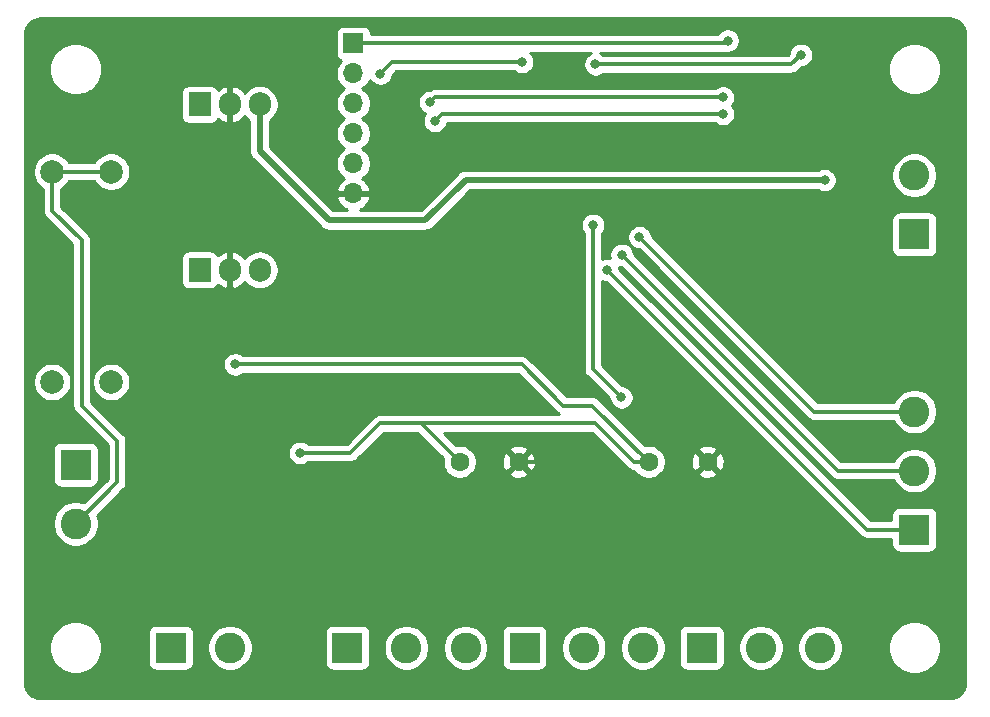
<source format=gbr>
G04 #@! TF.GenerationSoftware,KiCad,Pcbnew,(5.1.6)-1*
G04 #@! TF.CreationDate,2020-09-23T14:33:51-04:00*
G04 #@! TF.ProjectId,alarmbuddy,616c6172-6d62-4756-9464-792e6b696361,rev?*
G04 #@! TF.SameCoordinates,Original*
G04 #@! TF.FileFunction,Copper,L2,Bot*
G04 #@! TF.FilePolarity,Positive*
%FSLAX46Y46*%
G04 Gerber Fmt 4.6, Leading zero omitted, Abs format (unit mm)*
G04 Created by KiCad (PCBNEW (5.1.6)-1) date 2020-09-23 14:33:51*
%MOMM*%
%LPD*%
G01*
G04 APERTURE LIST*
G04 #@! TA.AperFunction,ComponentPad*
%ADD10R,1.700000X1.700000*%
G04 #@! TD*
G04 #@! TA.AperFunction,ComponentPad*
%ADD11O,1.700000X1.700000*%
G04 #@! TD*
G04 #@! TA.AperFunction,ComponentPad*
%ADD12C,2.600000*%
G04 #@! TD*
G04 #@! TA.AperFunction,ComponentPad*
%ADD13R,2.600000X2.600000*%
G04 #@! TD*
G04 #@! TA.AperFunction,ComponentPad*
%ADD14O,1.905000X2.000000*%
G04 #@! TD*
G04 #@! TA.AperFunction,ComponentPad*
%ADD15R,1.905000X2.000000*%
G04 #@! TD*
G04 #@! TA.AperFunction,ComponentPad*
%ADD16C,2.000000*%
G04 #@! TD*
G04 #@! TA.AperFunction,ComponentPad*
%ADD17C,1.600000*%
G04 #@! TD*
G04 #@! TA.AperFunction,ViaPad*
%ADD18C,0.800000*%
G04 #@! TD*
G04 #@! TA.AperFunction,Conductor*
%ADD19C,0.300000*%
G04 #@! TD*
G04 #@! TA.AperFunction,Conductor*
%ADD20C,0.500000*%
G04 #@! TD*
G04 #@! TA.AperFunction,Conductor*
%ADD21C,0.254000*%
G04 #@! TD*
G04 APERTURE END LIST*
D10*
X53500000Y-32840000D03*
D11*
X53500000Y-35380000D03*
X53500000Y-37920000D03*
X53500000Y-40460000D03*
X53500000Y-43000000D03*
X53500000Y-45540000D03*
D12*
X43050000Y-84000000D03*
D13*
X38050000Y-84000000D03*
D12*
X101000000Y-44000000D03*
D13*
X101000000Y-49000000D03*
D14*
X45580000Y-38000000D03*
X43040000Y-38000000D03*
D15*
X40500000Y-38000000D03*
D14*
X45580000Y-52000000D03*
X43040000Y-52000000D03*
D15*
X40500000Y-52000000D03*
D16*
X33000000Y-43700000D03*
X28000000Y-43700000D03*
X28000000Y-61500000D03*
X33000000Y-61500000D03*
D17*
X83500000Y-68250000D03*
X78500000Y-68250000D03*
X67500000Y-68250000D03*
X62500000Y-68250000D03*
D12*
X101000000Y-64000000D03*
X101000000Y-69000000D03*
D13*
X101000000Y-74000000D03*
D12*
X93000000Y-84000000D03*
X88000000Y-84000000D03*
D13*
X83000000Y-84000000D03*
D12*
X78000000Y-84000000D03*
X73000000Y-84000000D03*
D13*
X68000000Y-84000000D03*
D12*
X63000000Y-84000000D03*
X58000000Y-84000000D03*
D13*
X53000000Y-84000000D03*
D12*
X30000000Y-73500000D03*
D13*
X30000000Y-68500000D03*
D18*
X104000000Y-45000000D03*
X103750000Y-57250000D03*
X101000000Y-78750000D03*
X33000000Y-53000000D03*
X28500000Y-53500000D03*
X33600000Y-78400000D03*
X43500000Y-55500000D03*
X44000000Y-62500000D03*
X46000000Y-67000000D03*
X46500000Y-69500000D03*
X82600000Y-42000000D03*
X81200000Y-36000000D03*
X72600000Y-35800000D03*
X72600000Y-41600000D03*
X83800000Y-48400000D03*
X71400000Y-58400000D03*
X91800000Y-58400000D03*
X81400000Y-65000000D03*
X55800000Y-54000000D03*
X55400000Y-75000000D03*
X55800000Y-62800000D03*
X43200000Y-34400000D03*
X43200000Y-49000000D03*
X78200000Y-31800000D03*
X61400000Y-31600000D03*
X57600000Y-44600000D03*
X62600000Y-52600000D03*
X43500000Y-60000000D03*
X48999992Y-67500000D03*
X74000000Y-34600000D03*
X91400004Y-33800000D03*
X76200000Y-62800000D03*
X73800000Y-48200000D03*
X60000000Y-37800000D03*
X84800000Y-37400000D03*
X60400000Y-39400000D03*
X84800000Y-38800000D03*
X55800000Y-35400000D03*
X67800000Y-34400000D03*
X85200000Y-32600000D03*
X76225005Y-50725005D03*
X75000000Y-52000000D03*
X77724997Y-49224997D03*
X93400000Y-44400000D03*
D19*
X46500000Y-69500000D02*
X47500000Y-70500000D01*
X65250000Y-70500000D02*
X67500000Y-68250000D01*
X47500000Y-70500000D02*
X65250000Y-70500000D01*
X67500000Y-68250000D02*
X69750000Y-68250000D01*
X69750000Y-68250000D02*
X72000000Y-70500000D01*
X81250000Y-70500000D02*
X83500000Y-68250000D01*
X72000000Y-70500000D02*
X81250000Y-70500000D01*
X55750000Y-65000000D02*
X74000000Y-65000000D01*
X77250000Y-68250000D02*
X78500000Y-68250000D01*
X74000000Y-65000000D02*
X77250000Y-68250000D01*
X59250000Y-65000000D02*
X62500000Y-68250000D01*
X55750000Y-65000000D02*
X59250000Y-65000000D01*
X73750000Y-63500000D02*
X71241998Y-63500000D01*
X67741998Y-60000000D02*
X43500000Y-60000000D01*
X78500000Y-68250000D02*
X73750000Y-63500000D01*
X71241998Y-63500000D02*
X67741998Y-60000000D01*
X55750000Y-65000000D02*
X53250000Y-67500000D01*
X53250000Y-67500000D02*
X48999992Y-67500000D01*
X74000000Y-34600000D02*
X90600004Y-34600000D01*
X90600004Y-34600000D02*
X91400004Y-33800000D01*
X76200000Y-62800000D02*
X73800000Y-60400000D01*
X73800000Y-60400000D02*
X73800000Y-48200000D01*
X60000000Y-37800000D02*
X60400000Y-37400000D01*
X60400000Y-37400000D02*
X84800000Y-37400000D01*
X60400000Y-39400000D02*
X61000000Y-38800000D01*
X61000000Y-38800000D02*
X84800000Y-38800000D01*
X55800000Y-35400000D02*
X56800000Y-34400000D01*
X56800000Y-34400000D02*
X67800000Y-34400000D01*
X53500000Y-32840000D02*
X84960000Y-32840000D01*
X84960000Y-32840000D02*
X85200000Y-32600000D01*
X94500000Y-69000000D02*
X76225005Y-50725005D01*
X101000000Y-69000000D02*
X94500000Y-69000000D01*
X97000000Y-74000000D02*
X101000000Y-74000000D01*
X75000000Y-52000000D02*
X97000000Y-74000000D01*
X92500000Y-64000000D02*
X77724997Y-49224997D01*
X101000000Y-64000000D02*
X92500000Y-64000000D01*
X28000000Y-43700000D02*
X33000000Y-43700000D01*
X28000000Y-47000000D02*
X28000000Y-43700000D01*
X30000000Y-73500000D02*
X33500000Y-70000000D01*
X33500000Y-70000000D02*
X33500000Y-66500000D01*
X33500000Y-66500000D02*
X30500000Y-63500000D01*
X30500000Y-63500000D02*
X30500000Y-49500000D01*
X30500000Y-49500000D02*
X28000000Y-47000000D01*
D20*
X63000000Y-44400000D02*
X92834315Y-44400000D01*
X59600000Y-47800000D02*
X63000000Y-44400000D01*
X51400000Y-47800000D02*
X59600000Y-47800000D01*
X92834315Y-44400000D02*
X93400000Y-44400000D01*
X45580000Y-38000000D02*
X45580000Y-41980000D01*
X45580000Y-41980000D02*
X51400000Y-47800000D01*
D21*
G36*
X104249899Y-30737907D02*
G01*
X104490285Y-30810484D01*
X104711991Y-30928368D01*
X104906577Y-31087068D01*
X105066635Y-31280545D01*
X105186064Y-31501424D01*
X105260317Y-31741297D01*
X105290000Y-32023716D01*
X105290001Y-86965269D01*
X105262093Y-87249899D01*
X105189517Y-87490282D01*
X105071633Y-87711989D01*
X104912929Y-87906580D01*
X104719455Y-88066635D01*
X104498576Y-88186064D01*
X104258701Y-88260317D01*
X103976291Y-88290000D01*
X27034721Y-88290000D01*
X26750101Y-88262093D01*
X26509718Y-88189517D01*
X26288011Y-88071633D01*
X26093420Y-87912929D01*
X25933365Y-87719455D01*
X25813936Y-87498576D01*
X25739683Y-87258701D01*
X25710000Y-86976291D01*
X25710000Y-83779872D01*
X27765000Y-83779872D01*
X27765000Y-84220128D01*
X27850890Y-84651925D01*
X28019369Y-85058669D01*
X28263962Y-85424729D01*
X28575271Y-85736038D01*
X28941331Y-85980631D01*
X29348075Y-86149110D01*
X29779872Y-86235000D01*
X30220128Y-86235000D01*
X30651925Y-86149110D01*
X31058669Y-85980631D01*
X31424729Y-85736038D01*
X31736038Y-85424729D01*
X31980631Y-85058669D01*
X32149110Y-84651925D01*
X32235000Y-84220128D01*
X32235000Y-83779872D01*
X32149110Y-83348075D01*
X31980631Y-82941331D01*
X31819380Y-82700000D01*
X36111928Y-82700000D01*
X36111928Y-85300000D01*
X36124188Y-85424482D01*
X36160498Y-85544180D01*
X36219463Y-85654494D01*
X36298815Y-85751185D01*
X36395506Y-85830537D01*
X36505820Y-85889502D01*
X36625518Y-85925812D01*
X36750000Y-85938072D01*
X39350000Y-85938072D01*
X39474482Y-85925812D01*
X39594180Y-85889502D01*
X39704494Y-85830537D01*
X39801185Y-85751185D01*
X39880537Y-85654494D01*
X39939502Y-85544180D01*
X39975812Y-85424482D01*
X39988072Y-85300000D01*
X39988072Y-83809419D01*
X41115000Y-83809419D01*
X41115000Y-84190581D01*
X41189361Y-84564419D01*
X41335225Y-84916566D01*
X41546987Y-85233491D01*
X41816509Y-85503013D01*
X42133434Y-85714775D01*
X42485581Y-85860639D01*
X42859419Y-85935000D01*
X43240581Y-85935000D01*
X43614419Y-85860639D01*
X43966566Y-85714775D01*
X44283491Y-85503013D01*
X44553013Y-85233491D01*
X44764775Y-84916566D01*
X44910639Y-84564419D01*
X44985000Y-84190581D01*
X44985000Y-83809419D01*
X44910639Y-83435581D01*
X44764775Y-83083434D01*
X44553013Y-82766509D01*
X44486504Y-82700000D01*
X51061928Y-82700000D01*
X51061928Y-85300000D01*
X51074188Y-85424482D01*
X51110498Y-85544180D01*
X51169463Y-85654494D01*
X51248815Y-85751185D01*
X51345506Y-85830537D01*
X51455820Y-85889502D01*
X51575518Y-85925812D01*
X51700000Y-85938072D01*
X54300000Y-85938072D01*
X54424482Y-85925812D01*
X54544180Y-85889502D01*
X54654494Y-85830537D01*
X54751185Y-85751185D01*
X54830537Y-85654494D01*
X54889502Y-85544180D01*
X54925812Y-85424482D01*
X54938072Y-85300000D01*
X54938072Y-83809419D01*
X56065000Y-83809419D01*
X56065000Y-84190581D01*
X56139361Y-84564419D01*
X56285225Y-84916566D01*
X56496987Y-85233491D01*
X56766509Y-85503013D01*
X57083434Y-85714775D01*
X57435581Y-85860639D01*
X57809419Y-85935000D01*
X58190581Y-85935000D01*
X58564419Y-85860639D01*
X58916566Y-85714775D01*
X59233491Y-85503013D01*
X59503013Y-85233491D01*
X59714775Y-84916566D01*
X59860639Y-84564419D01*
X59935000Y-84190581D01*
X59935000Y-83809419D01*
X61065000Y-83809419D01*
X61065000Y-84190581D01*
X61139361Y-84564419D01*
X61285225Y-84916566D01*
X61496987Y-85233491D01*
X61766509Y-85503013D01*
X62083434Y-85714775D01*
X62435581Y-85860639D01*
X62809419Y-85935000D01*
X63190581Y-85935000D01*
X63564419Y-85860639D01*
X63916566Y-85714775D01*
X64233491Y-85503013D01*
X64503013Y-85233491D01*
X64714775Y-84916566D01*
X64860639Y-84564419D01*
X64935000Y-84190581D01*
X64935000Y-83809419D01*
X64860639Y-83435581D01*
X64714775Y-83083434D01*
X64503013Y-82766509D01*
X64436504Y-82700000D01*
X66061928Y-82700000D01*
X66061928Y-85300000D01*
X66074188Y-85424482D01*
X66110498Y-85544180D01*
X66169463Y-85654494D01*
X66248815Y-85751185D01*
X66345506Y-85830537D01*
X66455820Y-85889502D01*
X66575518Y-85925812D01*
X66700000Y-85938072D01*
X69300000Y-85938072D01*
X69424482Y-85925812D01*
X69544180Y-85889502D01*
X69654494Y-85830537D01*
X69751185Y-85751185D01*
X69830537Y-85654494D01*
X69889502Y-85544180D01*
X69925812Y-85424482D01*
X69938072Y-85300000D01*
X69938072Y-83809419D01*
X71065000Y-83809419D01*
X71065000Y-84190581D01*
X71139361Y-84564419D01*
X71285225Y-84916566D01*
X71496987Y-85233491D01*
X71766509Y-85503013D01*
X72083434Y-85714775D01*
X72435581Y-85860639D01*
X72809419Y-85935000D01*
X73190581Y-85935000D01*
X73564419Y-85860639D01*
X73916566Y-85714775D01*
X74233491Y-85503013D01*
X74503013Y-85233491D01*
X74714775Y-84916566D01*
X74860639Y-84564419D01*
X74935000Y-84190581D01*
X74935000Y-83809419D01*
X76065000Y-83809419D01*
X76065000Y-84190581D01*
X76139361Y-84564419D01*
X76285225Y-84916566D01*
X76496987Y-85233491D01*
X76766509Y-85503013D01*
X77083434Y-85714775D01*
X77435581Y-85860639D01*
X77809419Y-85935000D01*
X78190581Y-85935000D01*
X78564419Y-85860639D01*
X78916566Y-85714775D01*
X79233491Y-85503013D01*
X79503013Y-85233491D01*
X79714775Y-84916566D01*
X79860639Y-84564419D01*
X79935000Y-84190581D01*
X79935000Y-83809419D01*
X79860639Y-83435581D01*
X79714775Y-83083434D01*
X79503013Y-82766509D01*
X79436504Y-82700000D01*
X81061928Y-82700000D01*
X81061928Y-85300000D01*
X81074188Y-85424482D01*
X81110498Y-85544180D01*
X81169463Y-85654494D01*
X81248815Y-85751185D01*
X81345506Y-85830537D01*
X81455820Y-85889502D01*
X81575518Y-85925812D01*
X81700000Y-85938072D01*
X84300000Y-85938072D01*
X84424482Y-85925812D01*
X84544180Y-85889502D01*
X84654494Y-85830537D01*
X84751185Y-85751185D01*
X84830537Y-85654494D01*
X84889502Y-85544180D01*
X84925812Y-85424482D01*
X84938072Y-85300000D01*
X84938072Y-83809419D01*
X86065000Y-83809419D01*
X86065000Y-84190581D01*
X86139361Y-84564419D01*
X86285225Y-84916566D01*
X86496987Y-85233491D01*
X86766509Y-85503013D01*
X87083434Y-85714775D01*
X87435581Y-85860639D01*
X87809419Y-85935000D01*
X88190581Y-85935000D01*
X88564419Y-85860639D01*
X88916566Y-85714775D01*
X89233491Y-85503013D01*
X89503013Y-85233491D01*
X89714775Y-84916566D01*
X89860639Y-84564419D01*
X89935000Y-84190581D01*
X89935000Y-83809419D01*
X91065000Y-83809419D01*
X91065000Y-84190581D01*
X91139361Y-84564419D01*
X91285225Y-84916566D01*
X91496987Y-85233491D01*
X91766509Y-85503013D01*
X92083434Y-85714775D01*
X92435581Y-85860639D01*
X92809419Y-85935000D01*
X93190581Y-85935000D01*
X93564419Y-85860639D01*
X93916566Y-85714775D01*
X94233491Y-85503013D01*
X94503013Y-85233491D01*
X94714775Y-84916566D01*
X94860639Y-84564419D01*
X94935000Y-84190581D01*
X94935000Y-83809419D01*
X94929123Y-83779872D01*
X98765000Y-83779872D01*
X98765000Y-84220128D01*
X98850890Y-84651925D01*
X99019369Y-85058669D01*
X99263962Y-85424729D01*
X99575271Y-85736038D01*
X99941331Y-85980631D01*
X100348075Y-86149110D01*
X100779872Y-86235000D01*
X101220128Y-86235000D01*
X101651925Y-86149110D01*
X102058669Y-85980631D01*
X102424729Y-85736038D01*
X102736038Y-85424729D01*
X102980631Y-85058669D01*
X103149110Y-84651925D01*
X103235000Y-84220128D01*
X103235000Y-83779872D01*
X103149110Y-83348075D01*
X102980631Y-82941331D01*
X102736038Y-82575271D01*
X102424729Y-82263962D01*
X102058669Y-82019369D01*
X101651925Y-81850890D01*
X101220128Y-81765000D01*
X100779872Y-81765000D01*
X100348075Y-81850890D01*
X99941331Y-82019369D01*
X99575271Y-82263962D01*
X99263962Y-82575271D01*
X99019369Y-82941331D01*
X98850890Y-83348075D01*
X98765000Y-83779872D01*
X94929123Y-83779872D01*
X94860639Y-83435581D01*
X94714775Y-83083434D01*
X94503013Y-82766509D01*
X94233491Y-82496987D01*
X93916566Y-82285225D01*
X93564419Y-82139361D01*
X93190581Y-82065000D01*
X92809419Y-82065000D01*
X92435581Y-82139361D01*
X92083434Y-82285225D01*
X91766509Y-82496987D01*
X91496987Y-82766509D01*
X91285225Y-83083434D01*
X91139361Y-83435581D01*
X91065000Y-83809419D01*
X89935000Y-83809419D01*
X89860639Y-83435581D01*
X89714775Y-83083434D01*
X89503013Y-82766509D01*
X89233491Y-82496987D01*
X88916566Y-82285225D01*
X88564419Y-82139361D01*
X88190581Y-82065000D01*
X87809419Y-82065000D01*
X87435581Y-82139361D01*
X87083434Y-82285225D01*
X86766509Y-82496987D01*
X86496987Y-82766509D01*
X86285225Y-83083434D01*
X86139361Y-83435581D01*
X86065000Y-83809419D01*
X84938072Y-83809419D01*
X84938072Y-82700000D01*
X84925812Y-82575518D01*
X84889502Y-82455820D01*
X84830537Y-82345506D01*
X84751185Y-82248815D01*
X84654494Y-82169463D01*
X84544180Y-82110498D01*
X84424482Y-82074188D01*
X84300000Y-82061928D01*
X81700000Y-82061928D01*
X81575518Y-82074188D01*
X81455820Y-82110498D01*
X81345506Y-82169463D01*
X81248815Y-82248815D01*
X81169463Y-82345506D01*
X81110498Y-82455820D01*
X81074188Y-82575518D01*
X81061928Y-82700000D01*
X79436504Y-82700000D01*
X79233491Y-82496987D01*
X78916566Y-82285225D01*
X78564419Y-82139361D01*
X78190581Y-82065000D01*
X77809419Y-82065000D01*
X77435581Y-82139361D01*
X77083434Y-82285225D01*
X76766509Y-82496987D01*
X76496987Y-82766509D01*
X76285225Y-83083434D01*
X76139361Y-83435581D01*
X76065000Y-83809419D01*
X74935000Y-83809419D01*
X74860639Y-83435581D01*
X74714775Y-83083434D01*
X74503013Y-82766509D01*
X74233491Y-82496987D01*
X73916566Y-82285225D01*
X73564419Y-82139361D01*
X73190581Y-82065000D01*
X72809419Y-82065000D01*
X72435581Y-82139361D01*
X72083434Y-82285225D01*
X71766509Y-82496987D01*
X71496987Y-82766509D01*
X71285225Y-83083434D01*
X71139361Y-83435581D01*
X71065000Y-83809419D01*
X69938072Y-83809419D01*
X69938072Y-82700000D01*
X69925812Y-82575518D01*
X69889502Y-82455820D01*
X69830537Y-82345506D01*
X69751185Y-82248815D01*
X69654494Y-82169463D01*
X69544180Y-82110498D01*
X69424482Y-82074188D01*
X69300000Y-82061928D01*
X66700000Y-82061928D01*
X66575518Y-82074188D01*
X66455820Y-82110498D01*
X66345506Y-82169463D01*
X66248815Y-82248815D01*
X66169463Y-82345506D01*
X66110498Y-82455820D01*
X66074188Y-82575518D01*
X66061928Y-82700000D01*
X64436504Y-82700000D01*
X64233491Y-82496987D01*
X63916566Y-82285225D01*
X63564419Y-82139361D01*
X63190581Y-82065000D01*
X62809419Y-82065000D01*
X62435581Y-82139361D01*
X62083434Y-82285225D01*
X61766509Y-82496987D01*
X61496987Y-82766509D01*
X61285225Y-83083434D01*
X61139361Y-83435581D01*
X61065000Y-83809419D01*
X59935000Y-83809419D01*
X59860639Y-83435581D01*
X59714775Y-83083434D01*
X59503013Y-82766509D01*
X59233491Y-82496987D01*
X58916566Y-82285225D01*
X58564419Y-82139361D01*
X58190581Y-82065000D01*
X57809419Y-82065000D01*
X57435581Y-82139361D01*
X57083434Y-82285225D01*
X56766509Y-82496987D01*
X56496987Y-82766509D01*
X56285225Y-83083434D01*
X56139361Y-83435581D01*
X56065000Y-83809419D01*
X54938072Y-83809419D01*
X54938072Y-82700000D01*
X54925812Y-82575518D01*
X54889502Y-82455820D01*
X54830537Y-82345506D01*
X54751185Y-82248815D01*
X54654494Y-82169463D01*
X54544180Y-82110498D01*
X54424482Y-82074188D01*
X54300000Y-82061928D01*
X51700000Y-82061928D01*
X51575518Y-82074188D01*
X51455820Y-82110498D01*
X51345506Y-82169463D01*
X51248815Y-82248815D01*
X51169463Y-82345506D01*
X51110498Y-82455820D01*
X51074188Y-82575518D01*
X51061928Y-82700000D01*
X44486504Y-82700000D01*
X44283491Y-82496987D01*
X43966566Y-82285225D01*
X43614419Y-82139361D01*
X43240581Y-82065000D01*
X42859419Y-82065000D01*
X42485581Y-82139361D01*
X42133434Y-82285225D01*
X41816509Y-82496987D01*
X41546987Y-82766509D01*
X41335225Y-83083434D01*
X41189361Y-83435581D01*
X41115000Y-83809419D01*
X39988072Y-83809419D01*
X39988072Y-82700000D01*
X39975812Y-82575518D01*
X39939502Y-82455820D01*
X39880537Y-82345506D01*
X39801185Y-82248815D01*
X39704494Y-82169463D01*
X39594180Y-82110498D01*
X39474482Y-82074188D01*
X39350000Y-82061928D01*
X36750000Y-82061928D01*
X36625518Y-82074188D01*
X36505820Y-82110498D01*
X36395506Y-82169463D01*
X36298815Y-82248815D01*
X36219463Y-82345506D01*
X36160498Y-82455820D01*
X36124188Y-82575518D01*
X36111928Y-82700000D01*
X31819380Y-82700000D01*
X31736038Y-82575271D01*
X31424729Y-82263962D01*
X31058669Y-82019369D01*
X30651925Y-81850890D01*
X30220128Y-81765000D01*
X29779872Y-81765000D01*
X29348075Y-81850890D01*
X28941331Y-82019369D01*
X28575271Y-82263962D01*
X28263962Y-82575271D01*
X28019369Y-82941331D01*
X27850890Y-83348075D01*
X27765000Y-83779872D01*
X25710000Y-83779872D01*
X25710000Y-67200000D01*
X28061928Y-67200000D01*
X28061928Y-69800000D01*
X28074188Y-69924482D01*
X28110498Y-70044180D01*
X28169463Y-70154494D01*
X28248815Y-70251185D01*
X28345506Y-70330537D01*
X28455820Y-70389502D01*
X28575518Y-70425812D01*
X28700000Y-70438072D01*
X31300000Y-70438072D01*
X31424482Y-70425812D01*
X31544180Y-70389502D01*
X31654494Y-70330537D01*
X31751185Y-70251185D01*
X31830537Y-70154494D01*
X31889502Y-70044180D01*
X31925812Y-69924482D01*
X31938072Y-69800000D01*
X31938072Y-67200000D01*
X31925812Y-67075518D01*
X31889502Y-66955820D01*
X31830537Y-66845506D01*
X31751185Y-66748815D01*
X31654494Y-66669463D01*
X31544180Y-66610498D01*
X31424482Y-66574188D01*
X31300000Y-66561928D01*
X28700000Y-66561928D01*
X28575518Y-66574188D01*
X28455820Y-66610498D01*
X28345506Y-66669463D01*
X28248815Y-66748815D01*
X28169463Y-66845506D01*
X28110498Y-66955820D01*
X28074188Y-67075518D01*
X28061928Y-67200000D01*
X25710000Y-67200000D01*
X25710000Y-61338967D01*
X26365000Y-61338967D01*
X26365000Y-61661033D01*
X26427832Y-61976912D01*
X26551082Y-62274463D01*
X26730013Y-62542252D01*
X26957748Y-62769987D01*
X27225537Y-62948918D01*
X27523088Y-63072168D01*
X27838967Y-63135000D01*
X28161033Y-63135000D01*
X28476912Y-63072168D01*
X28774463Y-62948918D01*
X29042252Y-62769987D01*
X29269987Y-62542252D01*
X29448918Y-62274463D01*
X29572168Y-61976912D01*
X29635000Y-61661033D01*
X29635000Y-61338967D01*
X29572168Y-61023088D01*
X29448918Y-60725537D01*
X29269987Y-60457748D01*
X29042252Y-60230013D01*
X28774463Y-60051082D01*
X28476912Y-59927832D01*
X28161033Y-59865000D01*
X27838967Y-59865000D01*
X27523088Y-59927832D01*
X27225537Y-60051082D01*
X26957748Y-60230013D01*
X26730013Y-60457748D01*
X26551082Y-60725537D01*
X26427832Y-61023088D01*
X26365000Y-61338967D01*
X25710000Y-61338967D01*
X25710000Y-43538967D01*
X26365000Y-43538967D01*
X26365000Y-43861033D01*
X26427832Y-44176912D01*
X26551082Y-44474463D01*
X26730013Y-44742252D01*
X26957748Y-44969987D01*
X27215001Y-45141878D01*
X27215000Y-46961447D01*
X27211203Y-47000000D01*
X27215000Y-47038553D01*
X27215000Y-47038560D01*
X27226359Y-47153886D01*
X27271246Y-47301859D01*
X27344138Y-47438232D01*
X27442236Y-47557764D01*
X27472190Y-47582347D01*
X29715001Y-49825159D01*
X29715000Y-63461447D01*
X29711203Y-63500000D01*
X29715000Y-63538553D01*
X29715000Y-63538560D01*
X29726359Y-63653886D01*
X29771246Y-63801859D01*
X29844138Y-63938232D01*
X29942236Y-64057764D01*
X29972188Y-64082345D01*
X32715001Y-66825158D01*
X32715000Y-69674842D01*
X30695985Y-71693857D01*
X30564419Y-71639361D01*
X30190581Y-71565000D01*
X29809419Y-71565000D01*
X29435581Y-71639361D01*
X29083434Y-71785225D01*
X28766509Y-71996987D01*
X28496987Y-72266509D01*
X28285225Y-72583434D01*
X28139361Y-72935581D01*
X28065000Y-73309419D01*
X28065000Y-73690581D01*
X28139361Y-74064419D01*
X28285225Y-74416566D01*
X28496987Y-74733491D01*
X28766509Y-75003013D01*
X29083434Y-75214775D01*
X29435581Y-75360639D01*
X29809419Y-75435000D01*
X30190581Y-75435000D01*
X30564419Y-75360639D01*
X30916566Y-75214775D01*
X31233491Y-75003013D01*
X31503013Y-74733491D01*
X31714775Y-74416566D01*
X31860639Y-74064419D01*
X31935000Y-73690581D01*
X31935000Y-73309419D01*
X31860639Y-72935581D01*
X31806143Y-72804015D01*
X34027817Y-70582341D01*
X34057764Y-70557764D01*
X34155862Y-70438233D01*
X34228754Y-70301860D01*
X34273641Y-70153887D01*
X34285000Y-70038561D01*
X34285000Y-70038554D01*
X34288797Y-70000001D01*
X34285000Y-69961448D01*
X34285000Y-66538556D01*
X34288797Y-66500000D01*
X34285000Y-66461444D01*
X34285000Y-66461439D01*
X34281020Y-66421026D01*
X34273642Y-66346113D01*
X34228754Y-66198140D01*
X34155862Y-66061767D01*
X34057764Y-65942236D01*
X34027810Y-65917653D01*
X31285000Y-63174843D01*
X31285000Y-61338967D01*
X31365000Y-61338967D01*
X31365000Y-61661033D01*
X31427832Y-61976912D01*
X31551082Y-62274463D01*
X31730013Y-62542252D01*
X31957748Y-62769987D01*
X32225537Y-62948918D01*
X32523088Y-63072168D01*
X32838967Y-63135000D01*
X33161033Y-63135000D01*
X33476912Y-63072168D01*
X33774463Y-62948918D01*
X34042252Y-62769987D01*
X34269987Y-62542252D01*
X34448918Y-62274463D01*
X34572168Y-61976912D01*
X34635000Y-61661033D01*
X34635000Y-61338967D01*
X34572168Y-61023088D01*
X34448918Y-60725537D01*
X34269987Y-60457748D01*
X34042252Y-60230013D01*
X33774463Y-60051082D01*
X33476912Y-59927832D01*
X33327243Y-59898061D01*
X42465000Y-59898061D01*
X42465000Y-60101939D01*
X42504774Y-60301898D01*
X42582795Y-60490256D01*
X42696063Y-60659774D01*
X42840226Y-60803937D01*
X43009744Y-60917205D01*
X43198102Y-60995226D01*
X43398061Y-61035000D01*
X43601939Y-61035000D01*
X43801898Y-60995226D01*
X43990256Y-60917205D01*
X44159774Y-60803937D01*
X44178711Y-60785000D01*
X67416841Y-60785000D01*
X70659656Y-64027816D01*
X70684234Y-64057764D01*
X70714182Y-64082342D01*
X70714185Y-64082345D01*
X70743557Y-64106450D01*
X70803765Y-64155862D01*
X70914406Y-64215000D01*
X59288553Y-64215000D01*
X59250000Y-64211203D01*
X59211447Y-64215000D01*
X55788556Y-64215000D01*
X55750000Y-64211203D01*
X55711444Y-64215000D01*
X55711439Y-64215000D01*
X55671026Y-64218980D01*
X55596113Y-64226358D01*
X55448140Y-64271246D01*
X55311767Y-64344138D01*
X55251559Y-64393550D01*
X55222187Y-64417655D01*
X55222184Y-64417658D01*
X55192236Y-64442236D01*
X55167658Y-64472184D01*
X52924843Y-66715000D01*
X49678703Y-66715000D01*
X49659766Y-66696063D01*
X49490248Y-66582795D01*
X49301890Y-66504774D01*
X49101931Y-66465000D01*
X48898053Y-66465000D01*
X48698094Y-66504774D01*
X48509736Y-66582795D01*
X48340218Y-66696063D01*
X48196055Y-66840226D01*
X48082787Y-67009744D01*
X48004766Y-67198102D01*
X47964992Y-67398061D01*
X47964992Y-67601939D01*
X48004766Y-67801898D01*
X48082787Y-67990256D01*
X48196055Y-68159774D01*
X48340218Y-68303937D01*
X48509736Y-68417205D01*
X48698094Y-68495226D01*
X48898053Y-68535000D01*
X49101931Y-68535000D01*
X49301890Y-68495226D01*
X49490248Y-68417205D01*
X49659766Y-68303937D01*
X49678703Y-68285000D01*
X53211447Y-68285000D01*
X53250000Y-68288797D01*
X53288553Y-68285000D01*
X53288561Y-68285000D01*
X53403887Y-68273641D01*
X53551860Y-68228754D01*
X53688233Y-68155862D01*
X53807764Y-68057764D01*
X53832347Y-68027810D01*
X56075158Y-65785000D01*
X58924843Y-65785000D01*
X61095446Y-67955604D01*
X61065000Y-68108665D01*
X61065000Y-68391335D01*
X61120147Y-68668574D01*
X61228320Y-68929727D01*
X61385363Y-69164759D01*
X61585241Y-69364637D01*
X61820273Y-69521680D01*
X62081426Y-69629853D01*
X62358665Y-69685000D01*
X62641335Y-69685000D01*
X62918574Y-69629853D01*
X63179727Y-69521680D01*
X63414759Y-69364637D01*
X63536694Y-69242702D01*
X66686903Y-69242702D01*
X66758486Y-69486671D01*
X67013996Y-69607571D01*
X67288184Y-69676300D01*
X67570512Y-69690217D01*
X67850130Y-69648787D01*
X68116292Y-69553603D01*
X68241514Y-69486671D01*
X68313097Y-69242702D01*
X67500000Y-68429605D01*
X66686903Y-69242702D01*
X63536694Y-69242702D01*
X63614637Y-69164759D01*
X63771680Y-68929727D01*
X63879853Y-68668574D01*
X63935000Y-68391335D01*
X63935000Y-68320512D01*
X66059783Y-68320512D01*
X66101213Y-68600130D01*
X66196397Y-68866292D01*
X66263329Y-68991514D01*
X66507298Y-69063097D01*
X67320395Y-68250000D01*
X67679605Y-68250000D01*
X68492702Y-69063097D01*
X68736671Y-68991514D01*
X68857571Y-68736004D01*
X68926300Y-68461816D01*
X68940217Y-68179488D01*
X68898787Y-67899870D01*
X68803603Y-67633708D01*
X68736671Y-67508486D01*
X68492702Y-67436903D01*
X67679605Y-68250000D01*
X67320395Y-68250000D01*
X66507298Y-67436903D01*
X66263329Y-67508486D01*
X66142429Y-67763996D01*
X66073700Y-68038184D01*
X66059783Y-68320512D01*
X63935000Y-68320512D01*
X63935000Y-68108665D01*
X63879853Y-67831426D01*
X63771680Y-67570273D01*
X63614637Y-67335241D01*
X63536694Y-67257298D01*
X66686903Y-67257298D01*
X67500000Y-68070395D01*
X68313097Y-67257298D01*
X68241514Y-67013329D01*
X67986004Y-66892429D01*
X67711816Y-66823700D01*
X67429488Y-66809783D01*
X67149870Y-66851213D01*
X66883708Y-66946397D01*
X66758486Y-67013329D01*
X66686903Y-67257298D01*
X63536694Y-67257298D01*
X63414759Y-67135363D01*
X63179727Y-66978320D01*
X62918574Y-66870147D01*
X62641335Y-66815000D01*
X62358665Y-66815000D01*
X62205604Y-66845446D01*
X61145157Y-65785000D01*
X73674843Y-65785000D01*
X76667658Y-68777816D01*
X76692236Y-68807764D01*
X76722184Y-68832342D01*
X76722187Y-68832345D01*
X76751559Y-68856450D01*
X76811767Y-68905862D01*
X76948140Y-68978754D01*
X77096113Y-69023641D01*
X77211439Y-69035000D01*
X77211446Y-69035000D01*
X77249999Y-69038797D01*
X77288552Y-69035000D01*
X77298661Y-69035000D01*
X77385363Y-69164759D01*
X77585241Y-69364637D01*
X77820273Y-69521680D01*
X78081426Y-69629853D01*
X78358665Y-69685000D01*
X78641335Y-69685000D01*
X78918574Y-69629853D01*
X79179727Y-69521680D01*
X79414759Y-69364637D01*
X79536694Y-69242702D01*
X82686903Y-69242702D01*
X82758486Y-69486671D01*
X83013996Y-69607571D01*
X83288184Y-69676300D01*
X83570512Y-69690217D01*
X83850130Y-69648787D01*
X84116292Y-69553603D01*
X84241514Y-69486671D01*
X84313097Y-69242702D01*
X83500000Y-68429605D01*
X82686903Y-69242702D01*
X79536694Y-69242702D01*
X79614637Y-69164759D01*
X79771680Y-68929727D01*
X79879853Y-68668574D01*
X79935000Y-68391335D01*
X79935000Y-68320512D01*
X82059783Y-68320512D01*
X82101213Y-68600130D01*
X82196397Y-68866292D01*
X82263329Y-68991514D01*
X82507298Y-69063097D01*
X83320395Y-68250000D01*
X83679605Y-68250000D01*
X84492702Y-69063097D01*
X84736671Y-68991514D01*
X84857571Y-68736004D01*
X84926300Y-68461816D01*
X84940217Y-68179488D01*
X84898787Y-67899870D01*
X84803603Y-67633708D01*
X84736671Y-67508486D01*
X84492702Y-67436903D01*
X83679605Y-68250000D01*
X83320395Y-68250000D01*
X82507298Y-67436903D01*
X82263329Y-67508486D01*
X82142429Y-67763996D01*
X82073700Y-68038184D01*
X82059783Y-68320512D01*
X79935000Y-68320512D01*
X79935000Y-68108665D01*
X79879853Y-67831426D01*
X79771680Y-67570273D01*
X79614637Y-67335241D01*
X79536694Y-67257298D01*
X82686903Y-67257298D01*
X83500000Y-68070395D01*
X84313097Y-67257298D01*
X84241514Y-67013329D01*
X83986004Y-66892429D01*
X83711816Y-66823700D01*
X83429488Y-66809783D01*
X83149870Y-66851213D01*
X82883708Y-66946397D01*
X82758486Y-67013329D01*
X82686903Y-67257298D01*
X79536694Y-67257298D01*
X79414759Y-67135363D01*
X79179727Y-66978320D01*
X78918574Y-66870147D01*
X78641335Y-66815000D01*
X78358665Y-66815000D01*
X78205604Y-66845446D01*
X74332347Y-62972190D01*
X74307764Y-62942236D01*
X74188233Y-62844138D01*
X74051860Y-62771246D01*
X73903887Y-62726359D01*
X73788561Y-62715000D01*
X73788553Y-62715000D01*
X73750000Y-62711203D01*
X73711447Y-62715000D01*
X71567156Y-62715000D01*
X68324345Y-59472190D01*
X68299762Y-59442236D01*
X68180231Y-59344138D01*
X68043858Y-59271246D01*
X67895885Y-59226359D01*
X67780559Y-59215000D01*
X67780551Y-59215000D01*
X67741998Y-59211203D01*
X67703445Y-59215000D01*
X44178711Y-59215000D01*
X44159774Y-59196063D01*
X43990256Y-59082795D01*
X43801898Y-59004774D01*
X43601939Y-58965000D01*
X43398061Y-58965000D01*
X43198102Y-59004774D01*
X43009744Y-59082795D01*
X42840226Y-59196063D01*
X42696063Y-59340226D01*
X42582795Y-59509744D01*
X42504774Y-59698102D01*
X42465000Y-59898061D01*
X33327243Y-59898061D01*
X33161033Y-59865000D01*
X32838967Y-59865000D01*
X32523088Y-59927832D01*
X32225537Y-60051082D01*
X31957748Y-60230013D01*
X31730013Y-60457748D01*
X31551082Y-60725537D01*
X31427832Y-61023088D01*
X31365000Y-61338967D01*
X31285000Y-61338967D01*
X31285000Y-51000000D01*
X38909428Y-51000000D01*
X38909428Y-53000000D01*
X38921688Y-53124482D01*
X38957998Y-53244180D01*
X39016963Y-53354494D01*
X39096315Y-53451185D01*
X39193006Y-53530537D01*
X39303320Y-53589502D01*
X39423018Y-53625812D01*
X39547500Y-53638072D01*
X41452500Y-53638072D01*
X41576982Y-53625812D01*
X41696680Y-53589502D01*
X41806994Y-53530537D01*
X41903685Y-53451185D01*
X41983037Y-53354494D01*
X42032059Y-53262781D01*
X42173077Y-53375969D01*
X42448906Y-53519571D01*
X42667020Y-53590563D01*
X42913000Y-53470594D01*
X42913000Y-52127000D01*
X42893000Y-52127000D01*
X42893000Y-51873000D01*
X42913000Y-51873000D01*
X42913000Y-50529406D01*
X43167000Y-50529406D01*
X43167000Y-51873000D01*
X43187000Y-51873000D01*
X43187000Y-52127000D01*
X43167000Y-52127000D01*
X43167000Y-53470594D01*
X43412980Y-53590563D01*
X43631094Y-53519571D01*
X43906923Y-53375969D01*
X44149437Y-53181315D01*
X44304837Y-52996101D01*
X44452037Y-53175463D01*
X44693766Y-53373845D01*
X44969552Y-53521255D01*
X45268797Y-53612030D01*
X45580000Y-53642681D01*
X45891204Y-53612030D01*
X46190449Y-53521255D01*
X46466235Y-53373845D01*
X46707963Y-53175463D01*
X46906345Y-52933734D01*
X47053755Y-52657948D01*
X47144530Y-52358703D01*
X47167500Y-52125485D01*
X47167500Y-51874514D01*
X47144530Y-51641296D01*
X47053755Y-51342051D01*
X46906345Y-51066265D01*
X46707963Y-50824537D01*
X46466234Y-50626155D01*
X46190448Y-50478745D01*
X45891203Y-50387970D01*
X45580000Y-50357319D01*
X45268796Y-50387970D01*
X44969551Y-50478745D01*
X44693765Y-50626155D01*
X44452037Y-50824537D01*
X44304838Y-51003900D01*
X44149437Y-50818685D01*
X43906923Y-50624031D01*
X43631094Y-50480429D01*
X43412980Y-50409437D01*
X43167000Y-50529406D01*
X42913000Y-50529406D01*
X42667020Y-50409437D01*
X42448906Y-50480429D01*
X42173077Y-50624031D01*
X42032059Y-50737219D01*
X41983037Y-50645506D01*
X41903685Y-50548815D01*
X41806994Y-50469463D01*
X41696680Y-50410498D01*
X41576982Y-50374188D01*
X41452500Y-50361928D01*
X39547500Y-50361928D01*
X39423018Y-50374188D01*
X39303320Y-50410498D01*
X39193006Y-50469463D01*
X39096315Y-50548815D01*
X39016963Y-50645506D01*
X38957998Y-50755820D01*
X38921688Y-50875518D01*
X38909428Y-51000000D01*
X31285000Y-51000000D01*
X31285000Y-49538556D01*
X31288797Y-49500000D01*
X31285000Y-49461444D01*
X31285000Y-49461439D01*
X31276869Y-49378883D01*
X31273642Y-49346113D01*
X31228754Y-49198140D01*
X31188622Y-49123058D01*
X31155862Y-49061767D01*
X31057764Y-48942236D01*
X31027816Y-48917658D01*
X28785000Y-46674843D01*
X28785000Y-45141877D01*
X29042252Y-44969987D01*
X29269987Y-44742252D01*
X29441877Y-44485000D01*
X31558123Y-44485000D01*
X31730013Y-44742252D01*
X31957748Y-44969987D01*
X32225537Y-45148918D01*
X32523088Y-45272168D01*
X32838967Y-45335000D01*
X33161033Y-45335000D01*
X33476912Y-45272168D01*
X33774463Y-45148918D01*
X34042252Y-44969987D01*
X34269987Y-44742252D01*
X34448918Y-44474463D01*
X34572168Y-44176912D01*
X34635000Y-43861033D01*
X34635000Y-43538967D01*
X34572168Y-43223088D01*
X34448918Y-42925537D01*
X34269987Y-42657748D01*
X34042252Y-42430013D01*
X33774463Y-42251082D01*
X33476912Y-42127832D01*
X33161033Y-42065000D01*
X32838967Y-42065000D01*
X32523088Y-42127832D01*
X32225537Y-42251082D01*
X31957748Y-42430013D01*
X31730013Y-42657748D01*
X31558123Y-42915000D01*
X29441877Y-42915000D01*
X29269987Y-42657748D01*
X29042252Y-42430013D01*
X28774463Y-42251082D01*
X28476912Y-42127832D01*
X28161033Y-42065000D01*
X27838967Y-42065000D01*
X27523088Y-42127832D01*
X27225537Y-42251082D01*
X26957748Y-42430013D01*
X26730013Y-42657748D01*
X26551082Y-42925537D01*
X26427832Y-43223088D01*
X26365000Y-43538967D01*
X25710000Y-43538967D01*
X25710000Y-34779872D01*
X27765000Y-34779872D01*
X27765000Y-35220128D01*
X27850890Y-35651925D01*
X28019369Y-36058669D01*
X28263962Y-36424729D01*
X28575271Y-36736038D01*
X28941331Y-36980631D01*
X29348075Y-37149110D01*
X29779872Y-37235000D01*
X30220128Y-37235000D01*
X30651925Y-37149110D01*
X31011908Y-37000000D01*
X38909428Y-37000000D01*
X38909428Y-39000000D01*
X38921688Y-39124482D01*
X38957998Y-39244180D01*
X39016963Y-39354494D01*
X39096315Y-39451185D01*
X39193006Y-39530537D01*
X39303320Y-39589502D01*
X39423018Y-39625812D01*
X39547500Y-39638072D01*
X41452500Y-39638072D01*
X41576982Y-39625812D01*
X41696680Y-39589502D01*
X41806994Y-39530537D01*
X41903685Y-39451185D01*
X41983037Y-39354494D01*
X42032059Y-39262781D01*
X42173077Y-39375969D01*
X42448906Y-39519571D01*
X42667020Y-39590563D01*
X42913000Y-39470594D01*
X42913000Y-38127000D01*
X42893000Y-38127000D01*
X42893000Y-37873000D01*
X42913000Y-37873000D01*
X42913000Y-36529406D01*
X43167000Y-36529406D01*
X43167000Y-37873000D01*
X43187000Y-37873000D01*
X43187000Y-38127000D01*
X43167000Y-38127000D01*
X43167000Y-39470594D01*
X43412980Y-39590563D01*
X43631094Y-39519571D01*
X43906923Y-39375969D01*
X44149437Y-39181315D01*
X44304837Y-38996101D01*
X44452037Y-39175463D01*
X44693766Y-39373845D01*
X44695000Y-39374505D01*
X44695001Y-41936521D01*
X44690719Y-41980000D01*
X44707805Y-42153490D01*
X44758412Y-42320313D01*
X44840590Y-42474059D01*
X44923468Y-42575046D01*
X44923471Y-42575049D01*
X44951184Y-42608817D01*
X44984952Y-42636530D01*
X50743470Y-48395049D01*
X50771183Y-48428817D01*
X50804951Y-48456530D01*
X50804953Y-48456532D01*
X50905940Y-48539410D01*
X50905941Y-48539411D01*
X51059687Y-48621589D01*
X51175903Y-48656843D01*
X51226509Y-48672195D01*
X51241306Y-48673652D01*
X51356523Y-48685000D01*
X51356531Y-48685000D01*
X51400000Y-48689281D01*
X51443469Y-48685000D01*
X59556531Y-48685000D01*
X59600000Y-48689281D01*
X59643469Y-48685000D01*
X59643477Y-48685000D01*
X59773490Y-48672195D01*
X59940313Y-48621589D01*
X60094059Y-48539411D01*
X60228817Y-48428817D01*
X60256534Y-48395044D01*
X60553517Y-48098061D01*
X72765000Y-48098061D01*
X72765000Y-48301939D01*
X72804774Y-48501898D01*
X72882795Y-48690256D01*
X72996063Y-48859774D01*
X73015001Y-48878712D01*
X73015000Y-60361447D01*
X73011203Y-60400000D01*
X73015000Y-60438553D01*
X73015000Y-60438560D01*
X73026359Y-60553886D01*
X73071246Y-60701859D01*
X73144138Y-60838232D01*
X73242236Y-60957764D01*
X73272190Y-60982347D01*
X75165000Y-62875157D01*
X75165000Y-62901939D01*
X75204774Y-63101898D01*
X75282795Y-63290256D01*
X75396063Y-63459774D01*
X75540226Y-63603937D01*
X75709744Y-63717205D01*
X75898102Y-63795226D01*
X76098061Y-63835000D01*
X76301939Y-63835000D01*
X76501898Y-63795226D01*
X76690256Y-63717205D01*
X76859774Y-63603937D01*
X77003937Y-63459774D01*
X77117205Y-63290256D01*
X77195226Y-63101898D01*
X77235000Y-62901939D01*
X77235000Y-62698061D01*
X77195226Y-62498102D01*
X77117205Y-62309744D01*
X77003937Y-62140226D01*
X76859774Y-61996063D01*
X76690256Y-61882795D01*
X76501898Y-61804774D01*
X76301939Y-61765000D01*
X76275157Y-61765000D01*
X74585000Y-60074843D01*
X74585000Y-52948377D01*
X74698102Y-52995226D01*
X74898061Y-53035000D01*
X74924843Y-53035000D01*
X96417658Y-74527816D01*
X96442236Y-74557764D01*
X96472184Y-74582342D01*
X96472187Y-74582345D01*
X96501559Y-74606450D01*
X96561767Y-74655862D01*
X96698140Y-74728754D01*
X96811672Y-74763194D01*
X96846112Y-74773641D01*
X96860490Y-74775057D01*
X96961439Y-74785000D01*
X96961446Y-74785000D01*
X96999999Y-74788797D01*
X97038552Y-74785000D01*
X99061928Y-74785000D01*
X99061928Y-75300000D01*
X99074188Y-75424482D01*
X99110498Y-75544180D01*
X99169463Y-75654494D01*
X99248815Y-75751185D01*
X99345506Y-75830537D01*
X99455820Y-75889502D01*
X99575518Y-75925812D01*
X99700000Y-75938072D01*
X102300000Y-75938072D01*
X102424482Y-75925812D01*
X102544180Y-75889502D01*
X102654494Y-75830537D01*
X102751185Y-75751185D01*
X102830537Y-75654494D01*
X102889502Y-75544180D01*
X102925812Y-75424482D01*
X102938072Y-75300000D01*
X102938072Y-72700000D01*
X102925812Y-72575518D01*
X102889502Y-72455820D01*
X102830537Y-72345506D01*
X102751185Y-72248815D01*
X102654494Y-72169463D01*
X102544180Y-72110498D01*
X102424482Y-72074188D01*
X102300000Y-72061928D01*
X99700000Y-72061928D01*
X99575518Y-72074188D01*
X99455820Y-72110498D01*
X99345506Y-72169463D01*
X99248815Y-72248815D01*
X99169463Y-72345506D01*
X99110498Y-72455820D01*
X99074188Y-72575518D01*
X99061928Y-72700000D01*
X99061928Y-73215000D01*
X97325158Y-73215000D01*
X76035000Y-51924843D01*
X76035000Y-51898061D01*
X76002780Y-51736079D01*
X76123066Y-51760005D01*
X76149848Y-51760005D01*
X93917653Y-69527810D01*
X93942236Y-69557764D01*
X94061767Y-69655862D01*
X94198140Y-69728754D01*
X94346113Y-69773642D01*
X94421026Y-69781020D01*
X94461439Y-69785000D01*
X94461444Y-69785000D01*
X94500000Y-69788797D01*
X94538556Y-69785000D01*
X99230729Y-69785000D01*
X99285225Y-69916566D01*
X99496987Y-70233491D01*
X99766509Y-70503013D01*
X100083434Y-70714775D01*
X100435581Y-70860639D01*
X100809419Y-70935000D01*
X101190581Y-70935000D01*
X101564419Y-70860639D01*
X101916566Y-70714775D01*
X102233491Y-70503013D01*
X102503013Y-70233491D01*
X102714775Y-69916566D01*
X102860639Y-69564419D01*
X102935000Y-69190581D01*
X102935000Y-68809419D01*
X102860639Y-68435581D01*
X102714775Y-68083434D01*
X102503013Y-67766509D01*
X102233491Y-67496987D01*
X101916566Y-67285225D01*
X101564419Y-67139361D01*
X101190581Y-67065000D01*
X100809419Y-67065000D01*
X100435581Y-67139361D01*
X100083434Y-67285225D01*
X99766509Y-67496987D01*
X99496987Y-67766509D01*
X99285225Y-68083434D01*
X99230729Y-68215000D01*
X94825157Y-68215000D01*
X77260005Y-50649848D01*
X77260005Y-50623066D01*
X77220231Y-50423107D01*
X77142210Y-50234749D01*
X77028942Y-50065231D01*
X76884779Y-49921068D01*
X76715261Y-49807800D01*
X76526903Y-49729779D01*
X76326944Y-49690005D01*
X76123066Y-49690005D01*
X75923107Y-49729779D01*
X75734749Y-49807800D01*
X75565231Y-49921068D01*
X75421068Y-50065231D01*
X75307800Y-50234749D01*
X75229779Y-50423107D01*
X75190005Y-50623066D01*
X75190005Y-50826944D01*
X75222225Y-50988926D01*
X75101939Y-50965000D01*
X74898061Y-50965000D01*
X74698102Y-51004774D01*
X74585000Y-51051623D01*
X74585000Y-49123058D01*
X76689997Y-49123058D01*
X76689997Y-49326936D01*
X76729771Y-49526895D01*
X76807792Y-49715253D01*
X76921060Y-49884771D01*
X77065223Y-50028934D01*
X77234741Y-50142202D01*
X77423099Y-50220223D01*
X77623058Y-50259997D01*
X77649840Y-50259997D01*
X91917653Y-64527810D01*
X91942236Y-64557764D01*
X92061767Y-64655862D01*
X92198140Y-64728754D01*
X92346113Y-64773642D01*
X92421026Y-64781020D01*
X92461439Y-64785000D01*
X92461444Y-64785000D01*
X92500000Y-64788797D01*
X92538556Y-64785000D01*
X99230729Y-64785000D01*
X99285225Y-64916566D01*
X99496987Y-65233491D01*
X99766509Y-65503013D01*
X100083434Y-65714775D01*
X100435581Y-65860639D01*
X100809419Y-65935000D01*
X101190581Y-65935000D01*
X101564419Y-65860639D01*
X101916566Y-65714775D01*
X102233491Y-65503013D01*
X102503013Y-65233491D01*
X102714775Y-64916566D01*
X102860639Y-64564419D01*
X102935000Y-64190581D01*
X102935000Y-63809419D01*
X102860639Y-63435581D01*
X102714775Y-63083434D01*
X102503013Y-62766509D01*
X102233491Y-62496987D01*
X101916566Y-62285225D01*
X101564419Y-62139361D01*
X101190581Y-62065000D01*
X100809419Y-62065000D01*
X100435581Y-62139361D01*
X100083434Y-62285225D01*
X99766509Y-62496987D01*
X99496987Y-62766509D01*
X99285225Y-63083434D01*
X99230729Y-63215000D01*
X92825157Y-63215000D01*
X78759997Y-49149840D01*
X78759997Y-49123058D01*
X78720223Y-48923099D01*
X78642202Y-48734741D01*
X78528934Y-48565223D01*
X78384771Y-48421060D01*
X78215253Y-48307792D01*
X78026895Y-48229771D01*
X77826936Y-48189997D01*
X77623058Y-48189997D01*
X77423099Y-48229771D01*
X77234741Y-48307792D01*
X77065223Y-48421060D01*
X76921060Y-48565223D01*
X76807792Y-48734741D01*
X76729771Y-48923099D01*
X76689997Y-49123058D01*
X74585000Y-49123058D01*
X74585000Y-48878711D01*
X74603937Y-48859774D01*
X74717205Y-48690256D01*
X74795226Y-48501898D01*
X74835000Y-48301939D01*
X74835000Y-48098061D01*
X74795226Y-47898102D01*
X74717205Y-47709744D01*
X74710695Y-47700000D01*
X99061928Y-47700000D01*
X99061928Y-50300000D01*
X99074188Y-50424482D01*
X99110498Y-50544180D01*
X99169463Y-50654494D01*
X99248815Y-50751185D01*
X99345506Y-50830537D01*
X99455820Y-50889502D01*
X99575518Y-50925812D01*
X99700000Y-50938072D01*
X102300000Y-50938072D01*
X102424482Y-50925812D01*
X102544180Y-50889502D01*
X102654494Y-50830537D01*
X102751185Y-50751185D01*
X102830537Y-50654494D01*
X102889502Y-50544180D01*
X102925812Y-50424482D01*
X102938072Y-50300000D01*
X102938072Y-47700000D01*
X102925812Y-47575518D01*
X102889502Y-47455820D01*
X102830537Y-47345506D01*
X102751185Y-47248815D01*
X102654494Y-47169463D01*
X102544180Y-47110498D01*
X102424482Y-47074188D01*
X102300000Y-47061928D01*
X99700000Y-47061928D01*
X99575518Y-47074188D01*
X99455820Y-47110498D01*
X99345506Y-47169463D01*
X99248815Y-47248815D01*
X99169463Y-47345506D01*
X99110498Y-47455820D01*
X99074188Y-47575518D01*
X99061928Y-47700000D01*
X74710695Y-47700000D01*
X74603937Y-47540226D01*
X74459774Y-47396063D01*
X74290256Y-47282795D01*
X74101898Y-47204774D01*
X73901939Y-47165000D01*
X73698061Y-47165000D01*
X73498102Y-47204774D01*
X73309744Y-47282795D01*
X73140226Y-47396063D01*
X72996063Y-47540226D01*
X72882795Y-47709744D01*
X72804774Y-47898102D01*
X72765000Y-48098061D01*
X60553517Y-48098061D01*
X63366579Y-45285000D01*
X92861546Y-45285000D01*
X92909744Y-45317205D01*
X93098102Y-45395226D01*
X93298061Y-45435000D01*
X93501939Y-45435000D01*
X93701898Y-45395226D01*
X93890256Y-45317205D01*
X94059774Y-45203937D01*
X94203937Y-45059774D01*
X94317205Y-44890256D01*
X94395226Y-44701898D01*
X94435000Y-44501939D01*
X94435000Y-44298061D01*
X94395226Y-44098102D01*
X94317205Y-43909744D01*
X94250171Y-43809419D01*
X99065000Y-43809419D01*
X99065000Y-44190581D01*
X99139361Y-44564419D01*
X99285225Y-44916566D01*
X99496987Y-45233491D01*
X99766509Y-45503013D01*
X100083434Y-45714775D01*
X100435581Y-45860639D01*
X100809419Y-45935000D01*
X101190581Y-45935000D01*
X101564419Y-45860639D01*
X101916566Y-45714775D01*
X102233491Y-45503013D01*
X102503013Y-45233491D01*
X102714775Y-44916566D01*
X102860639Y-44564419D01*
X102935000Y-44190581D01*
X102935000Y-43809419D01*
X102860639Y-43435581D01*
X102714775Y-43083434D01*
X102503013Y-42766509D01*
X102233491Y-42496987D01*
X101916566Y-42285225D01*
X101564419Y-42139361D01*
X101190581Y-42065000D01*
X100809419Y-42065000D01*
X100435581Y-42139361D01*
X100083434Y-42285225D01*
X99766509Y-42496987D01*
X99496987Y-42766509D01*
X99285225Y-43083434D01*
X99139361Y-43435581D01*
X99065000Y-43809419D01*
X94250171Y-43809419D01*
X94203937Y-43740226D01*
X94059774Y-43596063D01*
X93890256Y-43482795D01*
X93701898Y-43404774D01*
X93501939Y-43365000D01*
X93298061Y-43365000D01*
X93098102Y-43404774D01*
X92909744Y-43482795D01*
X92861546Y-43515000D01*
X63043465Y-43515000D01*
X62999999Y-43510719D01*
X62956533Y-43515000D01*
X62956523Y-43515000D01*
X62826510Y-43527805D01*
X62659687Y-43578411D01*
X62505941Y-43660589D01*
X62505939Y-43660590D01*
X62505940Y-43660590D01*
X62404953Y-43743468D01*
X62404951Y-43743470D01*
X62371183Y-43771183D01*
X62343470Y-43804951D01*
X59233422Y-46915000D01*
X54044304Y-46915000D01*
X54131252Y-46884157D01*
X54381355Y-46735178D01*
X54597588Y-46540269D01*
X54771641Y-46306920D01*
X54896825Y-46044099D01*
X54941476Y-45896890D01*
X54820155Y-45667000D01*
X53627000Y-45667000D01*
X53627000Y-45687000D01*
X53373000Y-45687000D01*
X53373000Y-45667000D01*
X52179845Y-45667000D01*
X52058524Y-45896890D01*
X52103175Y-46044099D01*
X52228359Y-46306920D01*
X52402412Y-46540269D01*
X52618645Y-46735178D01*
X52868748Y-46884157D01*
X52955696Y-46915000D01*
X51766579Y-46915000D01*
X46465000Y-41613422D01*
X46465000Y-39374505D01*
X46466235Y-39373845D01*
X46707963Y-39175463D01*
X46906345Y-38933734D01*
X47053755Y-38657948D01*
X47144530Y-38358703D01*
X47167500Y-38125485D01*
X47167500Y-37874514D01*
X47144530Y-37641296D01*
X47053755Y-37342051D01*
X46906345Y-37066265D01*
X46707963Y-36824537D01*
X46466234Y-36626155D01*
X46190448Y-36478745D01*
X45891203Y-36387970D01*
X45580000Y-36357319D01*
X45268796Y-36387970D01*
X44969551Y-36478745D01*
X44693765Y-36626155D01*
X44452037Y-36824537D01*
X44304838Y-37003900D01*
X44149437Y-36818685D01*
X43906923Y-36624031D01*
X43631094Y-36480429D01*
X43412980Y-36409437D01*
X43167000Y-36529406D01*
X42913000Y-36529406D01*
X42667020Y-36409437D01*
X42448906Y-36480429D01*
X42173077Y-36624031D01*
X42032059Y-36737219D01*
X41983037Y-36645506D01*
X41903685Y-36548815D01*
X41806994Y-36469463D01*
X41696680Y-36410498D01*
X41576982Y-36374188D01*
X41452500Y-36361928D01*
X39547500Y-36361928D01*
X39423018Y-36374188D01*
X39303320Y-36410498D01*
X39193006Y-36469463D01*
X39096315Y-36548815D01*
X39016963Y-36645506D01*
X38957998Y-36755820D01*
X38921688Y-36875518D01*
X38909428Y-37000000D01*
X31011908Y-37000000D01*
X31058669Y-36980631D01*
X31424729Y-36736038D01*
X31736038Y-36424729D01*
X31980631Y-36058669D01*
X32149110Y-35651925D01*
X32235000Y-35220128D01*
X32235000Y-34779872D01*
X32149110Y-34348075D01*
X31980631Y-33941331D01*
X31736038Y-33575271D01*
X31424729Y-33263962D01*
X31058669Y-33019369D01*
X30651925Y-32850890D01*
X30220128Y-32765000D01*
X29779872Y-32765000D01*
X29348075Y-32850890D01*
X28941331Y-33019369D01*
X28575271Y-33263962D01*
X28263962Y-33575271D01*
X28019369Y-33941331D01*
X27850890Y-34348075D01*
X27765000Y-34779872D01*
X25710000Y-34779872D01*
X25710000Y-32034721D01*
X25714384Y-31990000D01*
X52011928Y-31990000D01*
X52011928Y-33690000D01*
X52024188Y-33814482D01*
X52060498Y-33934180D01*
X52119463Y-34044494D01*
X52198815Y-34141185D01*
X52295506Y-34220537D01*
X52405820Y-34279502D01*
X52478380Y-34301513D01*
X52346525Y-34433368D01*
X52184010Y-34676589D01*
X52072068Y-34946842D01*
X52015000Y-35233740D01*
X52015000Y-35526260D01*
X52072068Y-35813158D01*
X52184010Y-36083411D01*
X52346525Y-36326632D01*
X52553368Y-36533475D01*
X52727760Y-36650000D01*
X52553368Y-36766525D01*
X52346525Y-36973368D01*
X52184010Y-37216589D01*
X52072068Y-37486842D01*
X52015000Y-37773740D01*
X52015000Y-38066260D01*
X52072068Y-38353158D01*
X52184010Y-38623411D01*
X52346525Y-38866632D01*
X52553368Y-39073475D01*
X52727760Y-39190000D01*
X52553368Y-39306525D01*
X52346525Y-39513368D01*
X52184010Y-39756589D01*
X52072068Y-40026842D01*
X52015000Y-40313740D01*
X52015000Y-40606260D01*
X52072068Y-40893158D01*
X52184010Y-41163411D01*
X52346525Y-41406632D01*
X52553368Y-41613475D01*
X52727760Y-41730000D01*
X52553368Y-41846525D01*
X52346525Y-42053368D01*
X52184010Y-42296589D01*
X52072068Y-42566842D01*
X52015000Y-42853740D01*
X52015000Y-43146260D01*
X52072068Y-43433158D01*
X52184010Y-43703411D01*
X52346525Y-43946632D01*
X52553368Y-44153475D01*
X52735534Y-44275195D01*
X52618645Y-44344822D01*
X52402412Y-44539731D01*
X52228359Y-44773080D01*
X52103175Y-45035901D01*
X52058524Y-45183110D01*
X52179845Y-45413000D01*
X53373000Y-45413000D01*
X53373000Y-45393000D01*
X53627000Y-45393000D01*
X53627000Y-45413000D01*
X54820155Y-45413000D01*
X54941476Y-45183110D01*
X54896825Y-45035901D01*
X54771641Y-44773080D01*
X54597588Y-44539731D01*
X54381355Y-44344822D01*
X54264466Y-44275195D01*
X54446632Y-44153475D01*
X54653475Y-43946632D01*
X54815990Y-43703411D01*
X54927932Y-43433158D01*
X54985000Y-43146260D01*
X54985000Y-42853740D01*
X54927932Y-42566842D01*
X54815990Y-42296589D01*
X54653475Y-42053368D01*
X54446632Y-41846525D01*
X54272240Y-41730000D01*
X54446632Y-41613475D01*
X54653475Y-41406632D01*
X54815990Y-41163411D01*
X54927932Y-40893158D01*
X54985000Y-40606260D01*
X54985000Y-40313740D01*
X54927932Y-40026842D01*
X54815990Y-39756589D01*
X54653475Y-39513368D01*
X54446632Y-39306525D01*
X54272240Y-39190000D01*
X54446632Y-39073475D01*
X54653475Y-38866632D01*
X54815990Y-38623411D01*
X54927932Y-38353158D01*
X54985000Y-38066260D01*
X54985000Y-37773740D01*
X54969947Y-37698061D01*
X58965000Y-37698061D01*
X58965000Y-37901939D01*
X59004774Y-38101898D01*
X59082795Y-38290256D01*
X59196063Y-38459774D01*
X59340226Y-38603937D01*
X59509744Y-38717205D01*
X59589399Y-38750199D01*
X59482795Y-38909744D01*
X59404774Y-39098102D01*
X59365000Y-39298061D01*
X59365000Y-39501939D01*
X59404774Y-39701898D01*
X59482795Y-39890256D01*
X59596063Y-40059774D01*
X59740226Y-40203937D01*
X59909744Y-40317205D01*
X60098102Y-40395226D01*
X60298061Y-40435000D01*
X60501939Y-40435000D01*
X60701898Y-40395226D01*
X60890256Y-40317205D01*
X61059774Y-40203937D01*
X61203937Y-40059774D01*
X61317205Y-39890256D01*
X61395226Y-39701898D01*
X61418478Y-39585000D01*
X84121289Y-39585000D01*
X84140226Y-39603937D01*
X84309744Y-39717205D01*
X84498102Y-39795226D01*
X84698061Y-39835000D01*
X84901939Y-39835000D01*
X85101898Y-39795226D01*
X85290256Y-39717205D01*
X85459774Y-39603937D01*
X85603937Y-39459774D01*
X85717205Y-39290256D01*
X85795226Y-39101898D01*
X85835000Y-38901939D01*
X85835000Y-38698061D01*
X85795226Y-38498102D01*
X85717205Y-38309744D01*
X85603937Y-38140226D01*
X85563711Y-38100000D01*
X85603937Y-38059774D01*
X85717205Y-37890256D01*
X85795226Y-37701898D01*
X85835000Y-37501939D01*
X85835000Y-37298061D01*
X85795226Y-37098102D01*
X85717205Y-36909744D01*
X85603937Y-36740226D01*
X85459774Y-36596063D01*
X85290256Y-36482795D01*
X85101898Y-36404774D01*
X84901939Y-36365000D01*
X84698061Y-36365000D01*
X84498102Y-36404774D01*
X84309744Y-36482795D01*
X84140226Y-36596063D01*
X84121289Y-36615000D01*
X60438552Y-36615000D01*
X60399999Y-36611203D01*
X60361446Y-36615000D01*
X60361439Y-36615000D01*
X60269749Y-36624031D01*
X60246112Y-36626359D01*
X60211672Y-36636806D01*
X60098140Y-36671246D01*
X59961767Y-36744138D01*
X59936347Y-36765000D01*
X59898061Y-36765000D01*
X59698102Y-36804774D01*
X59509744Y-36882795D01*
X59340226Y-36996063D01*
X59196063Y-37140226D01*
X59082795Y-37309744D01*
X59004774Y-37498102D01*
X58965000Y-37698061D01*
X54969947Y-37698061D01*
X54927932Y-37486842D01*
X54815990Y-37216589D01*
X54653475Y-36973368D01*
X54446632Y-36766525D01*
X54272240Y-36650000D01*
X54446632Y-36533475D01*
X54653475Y-36326632D01*
X54815990Y-36083411D01*
X54890945Y-35902453D01*
X54996063Y-36059774D01*
X55140226Y-36203937D01*
X55309744Y-36317205D01*
X55498102Y-36395226D01*
X55698061Y-36435000D01*
X55901939Y-36435000D01*
X56101898Y-36395226D01*
X56290256Y-36317205D01*
X56459774Y-36203937D01*
X56603937Y-36059774D01*
X56717205Y-35890256D01*
X56795226Y-35701898D01*
X56835000Y-35501939D01*
X56835000Y-35475157D01*
X57125157Y-35185000D01*
X67121289Y-35185000D01*
X67140226Y-35203937D01*
X67309744Y-35317205D01*
X67498102Y-35395226D01*
X67698061Y-35435000D01*
X67901939Y-35435000D01*
X68101898Y-35395226D01*
X68290256Y-35317205D01*
X68459774Y-35203937D01*
X68603937Y-35059774D01*
X68717205Y-34890256D01*
X68795226Y-34701898D01*
X68835000Y-34501939D01*
X68835000Y-34298061D01*
X68795226Y-34098102D01*
X68717205Y-33909744D01*
X68603937Y-33740226D01*
X68488711Y-33625000D01*
X73649272Y-33625000D01*
X73509744Y-33682795D01*
X73340226Y-33796063D01*
X73196063Y-33940226D01*
X73082795Y-34109744D01*
X73004774Y-34298102D01*
X72965000Y-34498061D01*
X72965000Y-34701939D01*
X73004774Y-34901898D01*
X73082795Y-35090256D01*
X73196063Y-35259774D01*
X73340226Y-35403937D01*
X73509744Y-35517205D01*
X73698102Y-35595226D01*
X73898061Y-35635000D01*
X74101939Y-35635000D01*
X74301898Y-35595226D01*
X74490256Y-35517205D01*
X74659774Y-35403937D01*
X74678711Y-35385000D01*
X90561451Y-35385000D01*
X90600004Y-35388797D01*
X90638557Y-35385000D01*
X90638565Y-35385000D01*
X90753891Y-35373641D01*
X90901864Y-35328754D01*
X91038237Y-35255862D01*
X91157768Y-35157764D01*
X91182351Y-35127810D01*
X91475161Y-34835000D01*
X91501943Y-34835000D01*
X91701902Y-34795226D01*
X91738969Y-34779872D01*
X98765000Y-34779872D01*
X98765000Y-35220128D01*
X98850890Y-35651925D01*
X99019369Y-36058669D01*
X99263962Y-36424729D01*
X99575271Y-36736038D01*
X99941331Y-36980631D01*
X100348075Y-37149110D01*
X100779872Y-37235000D01*
X101220128Y-37235000D01*
X101651925Y-37149110D01*
X102058669Y-36980631D01*
X102424729Y-36736038D01*
X102736038Y-36424729D01*
X102980631Y-36058669D01*
X103149110Y-35651925D01*
X103235000Y-35220128D01*
X103235000Y-34779872D01*
X103149110Y-34348075D01*
X102980631Y-33941331D01*
X102736038Y-33575271D01*
X102424729Y-33263962D01*
X102058669Y-33019369D01*
X101651925Y-32850890D01*
X101220128Y-32765000D01*
X100779872Y-32765000D01*
X100348075Y-32850890D01*
X99941331Y-33019369D01*
X99575271Y-33263962D01*
X99263962Y-33575271D01*
X99019369Y-33941331D01*
X98850890Y-34348075D01*
X98765000Y-34779872D01*
X91738969Y-34779872D01*
X91890260Y-34717205D01*
X92059778Y-34603937D01*
X92203941Y-34459774D01*
X92317209Y-34290256D01*
X92395230Y-34101898D01*
X92435004Y-33901939D01*
X92435004Y-33698061D01*
X92395230Y-33498102D01*
X92317209Y-33309744D01*
X92203941Y-33140226D01*
X92059778Y-32996063D01*
X91890260Y-32882795D01*
X91701902Y-32804774D01*
X91501943Y-32765000D01*
X91298065Y-32765000D01*
X91098106Y-32804774D01*
X90909748Y-32882795D01*
X90740230Y-32996063D01*
X90596067Y-33140226D01*
X90482799Y-33309744D01*
X90404778Y-33498102D01*
X90365004Y-33698061D01*
X90365004Y-33724843D01*
X90274847Y-33815000D01*
X74678711Y-33815000D01*
X74659774Y-33796063D01*
X74490256Y-33682795D01*
X74350728Y-33625000D01*
X84921447Y-33625000D01*
X84960000Y-33628797D01*
X84998553Y-33625000D01*
X84998561Y-33625000D01*
X85031484Y-33621757D01*
X85098061Y-33635000D01*
X85301939Y-33635000D01*
X85501898Y-33595226D01*
X85690256Y-33517205D01*
X85859774Y-33403937D01*
X86003937Y-33259774D01*
X86117205Y-33090256D01*
X86195226Y-32901898D01*
X86235000Y-32701939D01*
X86235000Y-32498061D01*
X86195226Y-32298102D01*
X86117205Y-32109744D01*
X86003937Y-31940226D01*
X85859774Y-31796063D01*
X85690256Y-31682795D01*
X85501898Y-31604774D01*
X85301939Y-31565000D01*
X85098061Y-31565000D01*
X84898102Y-31604774D01*
X84709744Y-31682795D01*
X84540226Y-31796063D01*
X84396063Y-31940226D01*
X84319374Y-32055000D01*
X54988072Y-32055000D01*
X54988072Y-31990000D01*
X54975812Y-31865518D01*
X54939502Y-31745820D01*
X54880537Y-31635506D01*
X54801185Y-31538815D01*
X54704494Y-31459463D01*
X54594180Y-31400498D01*
X54474482Y-31364188D01*
X54350000Y-31351928D01*
X52650000Y-31351928D01*
X52525518Y-31364188D01*
X52405820Y-31400498D01*
X52295506Y-31459463D01*
X52198815Y-31538815D01*
X52119463Y-31635506D01*
X52060498Y-31745820D01*
X52024188Y-31865518D01*
X52011928Y-31990000D01*
X25714384Y-31990000D01*
X25737907Y-31750101D01*
X25810484Y-31509715D01*
X25928368Y-31288009D01*
X26087068Y-31093423D01*
X26280545Y-30933365D01*
X26501424Y-30813936D01*
X26741297Y-30739683D01*
X27023716Y-30710000D01*
X103965279Y-30710000D01*
X104249899Y-30737907D01*
G37*
X104249899Y-30737907D02*
X104490285Y-30810484D01*
X104711991Y-30928368D01*
X104906577Y-31087068D01*
X105066635Y-31280545D01*
X105186064Y-31501424D01*
X105260317Y-31741297D01*
X105290000Y-32023716D01*
X105290001Y-86965269D01*
X105262093Y-87249899D01*
X105189517Y-87490282D01*
X105071633Y-87711989D01*
X104912929Y-87906580D01*
X104719455Y-88066635D01*
X104498576Y-88186064D01*
X104258701Y-88260317D01*
X103976291Y-88290000D01*
X27034721Y-88290000D01*
X26750101Y-88262093D01*
X26509718Y-88189517D01*
X26288011Y-88071633D01*
X26093420Y-87912929D01*
X25933365Y-87719455D01*
X25813936Y-87498576D01*
X25739683Y-87258701D01*
X25710000Y-86976291D01*
X25710000Y-83779872D01*
X27765000Y-83779872D01*
X27765000Y-84220128D01*
X27850890Y-84651925D01*
X28019369Y-85058669D01*
X28263962Y-85424729D01*
X28575271Y-85736038D01*
X28941331Y-85980631D01*
X29348075Y-86149110D01*
X29779872Y-86235000D01*
X30220128Y-86235000D01*
X30651925Y-86149110D01*
X31058669Y-85980631D01*
X31424729Y-85736038D01*
X31736038Y-85424729D01*
X31980631Y-85058669D01*
X32149110Y-84651925D01*
X32235000Y-84220128D01*
X32235000Y-83779872D01*
X32149110Y-83348075D01*
X31980631Y-82941331D01*
X31819380Y-82700000D01*
X36111928Y-82700000D01*
X36111928Y-85300000D01*
X36124188Y-85424482D01*
X36160498Y-85544180D01*
X36219463Y-85654494D01*
X36298815Y-85751185D01*
X36395506Y-85830537D01*
X36505820Y-85889502D01*
X36625518Y-85925812D01*
X36750000Y-85938072D01*
X39350000Y-85938072D01*
X39474482Y-85925812D01*
X39594180Y-85889502D01*
X39704494Y-85830537D01*
X39801185Y-85751185D01*
X39880537Y-85654494D01*
X39939502Y-85544180D01*
X39975812Y-85424482D01*
X39988072Y-85300000D01*
X39988072Y-83809419D01*
X41115000Y-83809419D01*
X41115000Y-84190581D01*
X41189361Y-84564419D01*
X41335225Y-84916566D01*
X41546987Y-85233491D01*
X41816509Y-85503013D01*
X42133434Y-85714775D01*
X42485581Y-85860639D01*
X42859419Y-85935000D01*
X43240581Y-85935000D01*
X43614419Y-85860639D01*
X43966566Y-85714775D01*
X44283491Y-85503013D01*
X44553013Y-85233491D01*
X44764775Y-84916566D01*
X44910639Y-84564419D01*
X44985000Y-84190581D01*
X44985000Y-83809419D01*
X44910639Y-83435581D01*
X44764775Y-83083434D01*
X44553013Y-82766509D01*
X44486504Y-82700000D01*
X51061928Y-82700000D01*
X51061928Y-85300000D01*
X51074188Y-85424482D01*
X51110498Y-85544180D01*
X51169463Y-85654494D01*
X51248815Y-85751185D01*
X51345506Y-85830537D01*
X51455820Y-85889502D01*
X51575518Y-85925812D01*
X51700000Y-85938072D01*
X54300000Y-85938072D01*
X54424482Y-85925812D01*
X54544180Y-85889502D01*
X54654494Y-85830537D01*
X54751185Y-85751185D01*
X54830537Y-85654494D01*
X54889502Y-85544180D01*
X54925812Y-85424482D01*
X54938072Y-85300000D01*
X54938072Y-83809419D01*
X56065000Y-83809419D01*
X56065000Y-84190581D01*
X56139361Y-84564419D01*
X56285225Y-84916566D01*
X56496987Y-85233491D01*
X56766509Y-85503013D01*
X57083434Y-85714775D01*
X57435581Y-85860639D01*
X57809419Y-85935000D01*
X58190581Y-85935000D01*
X58564419Y-85860639D01*
X58916566Y-85714775D01*
X59233491Y-85503013D01*
X59503013Y-85233491D01*
X59714775Y-84916566D01*
X59860639Y-84564419D01*
X59935000Y-84190581D01*
X59935000Y-83809419D01*
X61065000Y-83809419D01*
X61065000Y-84190581D01*
X61139361Y-84564419D01*
X61285225Y-84916566D01*
X61496987Y-85233491D01*
X61766509Y-85503013D01*
X62083434Y-85714775D01*
X62435581Y-85860639D01*
X62809419Y-85935000D01*
X63190581Y-85935000D01*
X63564419Y-85860639D01*
X63916566Y-85714775D01*
X64233491Y-85503013D01*
X64503013Y-85233491D01*
X64714775Y-84916566D01*
X64860639Y-84564419D01*
X64935000Y-84190581D01*
X64935000Y-83809419D01*
X64860639Y-83435581D01*
X64714775Y-83083434D01*
X64503013Y-82766509D01*
X64436504Y-82700000D01*
X66061928Y-82700000D01*
X66061928Y-85300000D01*
X66074188Y-85424482D01*
X66110498Y-85544180D01*
X66169463Y-85654494D01*
X66248815Y-85751185D01*
X66345506Y-85830537D01*
X66455820Y-85889502D01*
X66575518Y-85925812D01*
X66700000Y-85938072D01*
X69300000Y-85938072D01*
X69424482Y-85925812D01*
X69544180Y-85889502D01*
X69654494Y-85830537D01*
X69751185Y-85751185D01*
X69830537Y-85654494D01*
X69889502Y-85544180D01*
X69925812Y-85424482D01*
X69938072Y-85300000D01*
X69938072Y-83809419D01*
X71065000Y-83809419D01*
X71065000Y-84190581D01*
X71139361Y-84564419D01*
X71285225Y-84916566D01*
X71496987Y-85233491D01*
X71766509Y-85503013D01*
X72083434Y-85714775D01*
X72435581Y-85860639D01*
X72809419Y-85935000D01*
X73190581Y-85935000D01*
X73564419Y-85860639D01*
X73916566Y-85714775D01*
X74233491Y-85503013D01*
X74503013Y-85233491D01*
X74714775Y-84916566D01*
X74860639Y-84564419D01*
X74935000Y-84190581D01*
X74935000Y-83809419D01*
X76065000Y-83809419D01*
X76065000Y-84190581D01*
X76139361Y-84564419D01*
X76285225Y-84916566D01*
X76496987Y-85233491D01*
X76766509Y-85503013D01*
X77083434Y-85714775D01*
X77435581Y-85860639D01*
X77809419Y-85935000D01*
X78190581Y-85935000D01*
X78564419Y-85860639D01*
X78916566Y-85714775D01*
X79233491Y-85503013D01*
X79503013Y-85233491D01*
X79714775Y-84916566D01*
X79860639Y-84564419D01*
X79935000Y-84190581D01*
X79935000Y-83809419D01*
X79860639Y-83435581D01*
X79714775Y-83083434D01*
X79503013Y-82766509D01*
X79436504Y-82700000D01*
X81061928Y-82700000D01*
X81061928Y-85300000D01*
X81074188Y-85424482D01*
X81110498Y-85544180D01*
X81169463Y-85654494D01*
X81248815Y-85751185D01*
X81345506Y-85830537D01*
X81455820Y-85889502D01*
X81575518Y-85925812D01*
X81700000Y-85938072D01*
X84300000Y-85938072D01*
X84424482Y-85925812D01*
X84544180Y-85889502D01*
X84654494Y-85830537D01*
X84751185Y-85751185D01*
X84830537Y-85654494D01*
X84889502Y-85544180D01*
X84925812Y-85424482D01*
X84938072Y-85300000D01*
X84938072Y-83809419D01*
X86065000Y-83809419D01*
X86065000Y-84190581D01*
X86139361Y-84564419D01*
X86285225Y-84916566D01*
X86496987Y-85233491D01*
X86766509Y-85503013D01*
X87083434Y-85714775D01*
X87435581Y-85860639D01*
X87809419Y-85935000D01*
X88190581Y-85935000D01*
X88564419Y-85860639D01*
X88916566Y-85714775D01*
X89233491Y-85503013D01*
X89503013Y-85233491D01*
X89714775Y-84916566D01*
X89860639Y-84564419D01*
X89935000Y-84190581D01*
X89935000Y-83809419D01*
X91065000Y-83809419D01*
X91065000Y-84190581D01*
X91139361Y-84564419D01*
X91285225Y-84916566D01*
X91496987Y-85233491D01*
X91766509Y-85503013D01*
X92083434Y-85714775D01*
X92435581Y-85860639D01*
X92809419Y-85935000D01*
X93190581Y-85935000D01*
X93564419Y-85860639D01*
X93916566Y-85714775D01*
X94233491Y-85503013D01*
X94503013Y-85233491D01*
X94714775Y-84916566D01*
X94860639Y-84564419D01*
X94935000Y-84190581D01*
X94935000Y-83809419D01*
X94929123Y-83779872D01*
X98765000Y-83779872D01*
X98765000Y-84220128D01*
X98850890Y-84651925D01*
X99019369Y-85058669D01*
X99263962Y-85424729D01*
X99575271Y-85736038D01*
X99941331Y-85980631D01*
X100348075Y-86149110D01*
X100779872Y-86235000D01*
X101220128Y-86235000D01*
X101651925Y-86149110D01*
X102058669Y-85980631D01*
X102424729Y-85736038D01*
X102736038Y-85424729D01*
X102980631Y-85058669D01*
X103149110Y-84651925D01*
X103235000Y-84220128D01*
X103235000Y-83779872D01*
X103149110Y-83348075D01*
X102980631Y-82941331D01*
X102736038Y-82575271D01*
X102424729Y-82263962D01*
X102058669Y-82019369D01*
X101651925Y-81850890D01*
X101220128Y-81765000D01*
X100779872Y-81765000D01*
X100348075Y-81850890D01*
X99941331Y-82019369D01*
X99575271Y-82263962D01*
X99263962Y-82575271D01*
X99019369Y-82941331D01*
X98850890Y-83348075D01*
X98765000Y-83779872D01*
X94929123Y-83779872D01*
X94860639Y-83435581D01*
X94714775Y-83083434D01*
X94503013Y-82766509D01*
X94233491Y-82496987D01*
X93916566Y-82285225D01*
X93564419Y-82139361D01*
X93190581Y-82065000D01*
X92809419Y-82065000D01*
X92435581Y-82139361D01*
X92083434Y-82285225D01*
X91766509Y-82496987D01*
X91496987Y-82766509D01*
X91285225Y-83083434D01*
X91139361Y-83435581D01*
X91065000Y-83809419D01*
X89935000Y-83809419D01*
X89860639Y-83435581D01*
X89714775Y-83083434D01*
X89503013Y-82766509D01*
X89233491Y-82496987D01*
X88916566Y-82285225D01*
X88564419Y-82139361D01*
X88190581Y-82065000D01*
X87809419Y-82065000D01*
X87435581Y-82139361D01*
X87083434Y-82285225D01*
X86766509Y-82496987D01*
X86496987Y-82766509D01*
X86285225Y-83083434D01*
X86139361Y-83435581D01*
X86065000Y-83809419D01*
X84938072Y-83809419D01*
X84938072Y-82700000D01*
X84925812Y-82575518D01*
X84889502Y-82455820D01*
X84830537Y-82345506D01*
X84751185Y-82248815D01*
X84654494Y-82169463D01*
X84544180Y-82110498D01*
X84424482Y-82074188D01*
X84300000Y-82061928D01*
X81700000Y-82061928D01*
X81575518Y-82074188D01*
X81455820Y-82110498D01*
X81345506Y-82169463D01*
X81248815Y-82248815D01*
X81169463Y-82345506D01*
X81110498Y-82455820D01*
X81074188Y-82575518D01*
X81061928Y-82700000D01*
X79436504Y-82700000D01*
X79233491Y-82496987D01*
X78916566Y-82285225D01*
X78564419Y-82139361D01*
X78190581Y-82065000D01*
X77809419Y-82065000D01*
X77435581Y-82139361D01*
X77083434Y-82285225D01*
X76766509Y-82496987D01*
X76496987Y-82766509D01*
X76285225Y-83083434D01*
X76139361Y-83435581D01*
X76065000Y-83809419D01*
X74935000Y-83809419D01*
X74860639Y-83435581D01*
X74714775Y-83083434D01*
X74503013Y-82766509D01*
X74233491Y-82496987D01*
X73916566Y-82285225D01*
X73564419Y-82139361D01*
X73190581Y-82065000D01*
X72809419Y-82065000D01*
X72435581Y-82139361D01*
X72083434Y-82285225D01*
X71766509Y-82496987D01*
X71496987Y-82766509D01*
X71285225Y-83083434D01*
X71139361Y-83435581D01*
X71065000Y-83809419D01*
X69938072Y-83809419D01*
X69938072Y-82700000D01*
X69925812Y-82575518D01*
X69889502Y-82455820D01*
X69830537Y-82345506D01*
X69751185Y-82248815D01*
X69654494Y-82169463D01*
X69544180Y-82110498D01*
X69424482Y-82074188D01*
X69300000Y-82061928D01*
X66700000Y-82061928D01*
X66575518Y-82074188D01*
X66455820Y-82110498D01*
X66345506Y-82169463D01*
X66248815Y-82248815D01*
X66169463Y-82345506D01*
X66110498Y-82455820D01*
X66074188Y-82575518D01*
X66061928Y-82700000D01*
X64436504Y-82700000D01*
X64233491Y-82496987D01*
X63916566Y-82285225D01*
X63564419Y-82139361D01*
X63190581Y-82065000D01*
X62809419Y-82065000D01*
X62435581Y-82139361D01*
X62083434Y-82285225D01*
X61766509Y-82496987D01*
X61496987Y-82766509D01*
X61285225Y-83083434D01*
X61139361Y-83435581D01*
X61065000Y-83809419D01*
X59935000Y-83809419D01*
X59860639Y-83435581D01*
X59714775Y-83083434D01*
X59503013Y-82766509D01*
X59233491Y-82496987D01*
X58916566Y-82285225D01*
X58564419Y-82139361D01*
X58190581Y-82065000D01*
X57809419Y-82065000D01*
X57435581Y-82139361D01*
X57083434Y-82285225D01*
X56766509Y-82496987D01*
X56496987Y-82766509D01*
X56285225Y-83083434D01*
X56139361Y-83435581D01*
X56065000Y-83809419D01*
X54938072Y-83809419D01*
X54938072Y-82700000D01*
X54925812Y-82575518D01*
X54889502Y-82455820D01*
X54830537Y-82345506D01*
X54751185Y-82248815D01*
X54654494Y-82169463D01*
X54544180Y-82110498D01*
X54424482Y-82074188D01*
X54300000Y-82061928D01*
X51700000Y-82061928D01*
X51575518Y-82074188D01*
X51455820Y-82110498D01*
X51345506Y-82169463D01*
X51248815Y-82248815D01*
X51169463Y-82345506D01*
X51110498Y-82455820D01*
X51074188Y-82575518D01*
X51061928Y-82700000D01*
X44486504Y-82700000D01*
X44283491Y-82496987D01*
X43966566Y-82285225D01*
X43614419Y-82139361D01*
X43240581Y-82065000D01*
X42859419Y-82065000D01*
X42485581Y-82139361D01*
X42133434Y-82285225D01*
X41816509Y-82496987D01*
X41546987Y-82766509D01*
X41335225Y-83083434D01*
X41189361Y-83435581D01*
X41115000Y-83809419D01*
X39988072Y-83809419D01*
X39988072Y-82700000D01*
X39975812Y-82575518D01*
X39939502Y-82455820D01*
X39880537Y-82345506D01*
X39801185Y-82248815D01*
X39704494Y-82169463D01*
X39594180Y-82110498D01*
X39474482Y-82074188D01*
X39350000Y-82061928D01*
X36750000Y-82061928D01*
X36625518Y-82074188D01*
X36505820Y-82110498D01*
X36395506Y-82169463D01*
X36298815Y-82248815D01*
X36219463Y-82345506D01*
X36160498Y-82455820D01*
X36124188Y-82575518D01*
X36111928Y-82700000D01*
X31819380Y-82700000D01*
X31736038Y-82575271D01*
X31424729Y-82263962D01*
X31058669Y-82019369D01*
X30651925Y-81850890D01*
X30220128Y-81765000D01*
X29779872Y-81765000D01*
X29348075Y-81850890D01*
X28941331Y-82019369D01*
X28575271Y-82263962D01*
X28263962Y-82575271D01*
X28019369Y-82941331D01*
X27850890Y-83348075D01*
X27765000Y-83779872D01*
X25710000Y-83779872D01*
X25710000Y-67200000D01*
X28061928Y-67200000D01*
X28061928Y-69800000D01*
X28074188Y-69924482D01*
X28110498Y-70044180D01*
X28169463Y-70154494D01*
X28248815Y-70251185D01*
X28345506Y-70330537D01*
X28455820Y-70389502D01*
X28575518Y-70425812D01*
X28700000Y-70438072D01*
X31300000Y-70438072D01*
X31424482Y-70425812D01*
X31544180Y-70389502D01*
X31654494Y-70330537D01*
X31751185Y-70251185D01*
X31830537Y-70154494D01*
X31889502Y-70044180D01*
X31925812Y-69924482D01*
X31938072Y-69800000D01*
X31938072Y-67200000D01*
X31925812Y-67075518D01*
X31889502Y-66955820D01*
X31830537Y-66845506D01*
X31751185Y-66748815D01*
X31654494Y-66669463D01*
X31544180Y-66610498D01*
X31424482Y-66574188D01*
X31300000Y-66561928D01*
X28700000Y-66561928D01*
X28575518Y-66574188D01*
X28455820Y-66610498D01*
X28345506Y-66669463D01*
X28248815Y-66748815D01*
X28169463Y-66845506D01*
X28110498Y-66955820D01*
X28074188Y-67075518D01*
X28061928Y-67200000D01*
X25710000Y-67200000D01*
X25710000Y-61338967D01*
X26365000Y-61338967D01*
X26365000Y-61661033D01*
X26427832Y-61976912D01*
X26551082Y-62274463D01*
X26730013Y-62542252D01*
X26957748Y-62769987D01*
X27225537Y-62948918D01*
X27523088Y-63072168D01*
X27838967Y-63135000D01*
X28161033Y-63135000D01*
X28476912Y-63072168D01*
X28774463Y-62948918D01*
X29042252Y-62769987D01*
X29269987Y-62542252D01*
X29448918Y-62274463D01*
X29572168Y-61976912D01*
X29635000Y-61661033D01*
X29635000Y-61338967D01*
X29572168Y-61023088D01*
X29448918Y-60725537D01*
X29269987Y-60457748D01*
X29042252Y-60230013D01*
X28774463Y-60051082D01*
X28476912Y-59927832D01*
X28161033Y-59865000D01*
X27838967Y-59865000D01*
X27523088Y-59927832D01*
X27225537Y-60051082D01*
X26957748Y-60230013D01*
X26730013Y-60457748D01*
X26551082Y-60725537D01*
X26427832Y-61023088D01*
X26365000Y-61338967D01*
X25710000Y-61338967D01*
X25710000Y-43538967D01*
X26365000Y-43538967D01*
X26365000Y-43861033D01*
X26427832Y-44176912D01*
X26551082Y-44474463D01*
X26730013Y-44742252D01*
X26957748Y-44969987D01*
X27215001Y-45141878D01*
X27215000Y-46961447D01*
X27211203Y-47000000D01*
X27215000Y-47038553D01*
X27215000Y-47038560D01*
X27226359Y-47153886D01*
X27271246Y-47301859D01*
X27344138Y-47438232D01*
X27442236Y-47557764D01*
X27472190Y-47582347D01*
X29715001Y-49825159D01*
X29715000Y-63461447D01*
X29711203Y-63500000D01*
X29715000Y-63538553D01*
X29715000Y-63538560D01*
X29726359Y-63653886D01*
X29771246Y-63801859D01*
X29844138Y-63938232D01*
X29942236Y-64057764D01*
X29972188Y-64082345D01*
X32715001Y-66825158D01*
X32715000Y-69674842D01*
X30695985Y-71693857D01*
X30564419Y-71639361D01*
X30190581Y-71565000D01*
X29809419Y-71565000D01*
X29435581Y-71639361D01*
X29083434Y-71785225D01*
X28766509Y-71996987D01*
X28496987Y-72266509D01*
X28285225Y-72583434D01*
X28139361Y-72935581D01*
X28065000Y-73309419D01*
X28065000Y-73690581D01*
X28139361Y-74064419D01*
X28285225Y-74416566D01*
X28496987Y-74733491D01*
X28766509Y-75003013D01*
X29083434Y-75214775D01*
X29435581Y-75360639D01*
X29809419Y-75435000D01*
X30190581Y-75435000D01*
X30564419Y-75360639D01*
X30916566Y-75214775D01*
X31233491Y-75003013D01*
X31503013Y-74733491D01*
X31714775Y-74416566D01*
X31860639Y-74064419D01*
X31935000Y-73690581D01*
X31935000Y-73309419D01*
X31860639Y-72935581D01*
X31806143Y-72804015D01*
X34027817Y-70582341D01*
X34057764Y-70557764D01*
X34155862Y-70438233D01*
X34228754Y-70301860D01*
X34273641Y-70153887D01*
X34285000Y-70038561D01*
X34285000Y-70038554D01*
X34288797Y-70000001D01*
X34285000Y-69961448D01*
X34285000Y-66538556D01*
X34288797Y-66500000D01*
X34285000Y-66461444D01*
X34285000Y-66461439D01*
X34281020Y-66421026D01*
X34273642Y-66346113D01*
X34228754Y-66198140D01*
X34155862Y-66061767D01*
X34057764Y-65942236D01*
X34027810Y-65917653D01*
X31285000Y-63174843D01*
X31285000Y-61338967D01*
X31365000Y-61338967D01*
X31365000Y-61661033D01*
X31427832Y-61976912D01*
X31551082Y-62274463D01*
X31730013Y-62542252D01*
X31957748Y-62769987D01*
X32225537Y-62948918D01*
X32523088Y-63072168D01*
X32838967Y-63135000D01*
X33161033Y-63135000D01*
X33476912Y-63072168D01*
X33774463Y-62948918D01*
X34042252Y-62769987D01*
X34269987Y-62542252D01*
X34448918Y-62274463D01*
X34572168Y-61976912D01*
X34635000Y-61661033D01*
X34635000Y-61338967D01*
X34572168Y-61023088D01*
X34448918Y-60725537D01*
X34269987Y-60457748D01*
X34042252Y-60230013D01*
X33774463Y-60051082D01*
X33476912Y-59927832D01*
X33327243Y-59898061D01*
X42465000Y-59898061D01*
X42465000Y-60101939D01*
X42504774Y-60301898D01*
X42582795Y-60490256D01*
X42696063Y-60659774D01*
X42840226Y-60803937D01*
X43009744Y-60917205D01*
X43198102Y-60995226D01*
X43398061Y-61035000D01*
X43601939Y-61035000D01*
X43801898Y-60995226D01*
X43990256Y-60917205D01*
X44159774Y-60803937D01*
X44178711Y-60785000D01*
X67416841Y-60785000D01*
X70659656Y-64027816D01*
X70684234Y-64057764D01*
X70714182Y-64082342D01*
X70714185Y-64082345D01*
X70743557Y-64106450D01*
X70803765Y-64155862D01*
X70914406Y-64215000D01*
X59288553Y-64215000D01*
X59250000Y-64211203D01*
X59211447Y-64215000D01*
X55788556Y-64215000D01*
X55750000Y-64211203D01*
X55711444Y-64215000D01*
X55711439Y-64215000D01*
X55671026Y-64218980D01*
X55596113Y-64226358D01*
X55448140Y-64271246D01*
X55311767Y-64344138D01*
X55251559Y-64393550D01*
X55222187Y-64417655D01*
X55222184Y-64417658D01*
X55192236Y-64442236D01*
X55167658Y-64472184D01*
X52924843Y-66715000D01*
X49678703Y-66715000D01*
X49659766Y-66696063D01*
X49490248Y-66582795D01*
X49301890Y-66504774D01*
X49101931Y-66465000D01*
X48898053Y-66465000D01*
X48698094Y-66504774D01*
X48509736Y-66582795D01*
X48340218Y-66696063D01*
X48196055Y-66840226D01*
X48082787Y-67009744D01*
X48004766Y-67198102D01*
X47964992Y-67398061D01*
X47964992Y-67601939D01*
X48004766Y-67801898D01*
X48082787Y-67990256D01*
X48196055Y-68159774D01*
X48340218Y-68303937D01*
X48509736Y-68417205D01*
X48698094Y-68495226D01*
X48898053Y-68535000D01*
X49101931Y-68535000D01*
X49301890Y-68495226D01*
X49490248Y-68417205D01*
X49659766Y-68303937D01*
X49678703Y-68285000D01*
X53211447Y-68285000D01*
X53250000Y-68288797D01*
X53288553Y-68285000D01*
X53288561Y-68285000D01*
X53403887Y-68273641D01*
X53551860Y-68228754D01*
X53688233Y-68155862D01*
X53807764Y-68057764D01*
X53832347Y-68027810D01*
X56075158Y-65785000D01*
X58924843Y-65785000D01*
X61095446Y-67955604D01*
X61065000Y-68108665D01*
X61065000Y-68391335D01*
X61120147Y-68668574D01*
X61228320Y-68929727D01*
X61385363Y-69164759D01*
X61585241Y-69364637D01*
X61820273Y-69521680D01*
X62081426Y-69629853D01*
X62358665Y-69685000D01*
X62641335Y-69685000D01*
X62918574Y-69629853D01*
X63179727Y-69521680D01*
X63414759Y-69364637D01*
X63536694Y-69242702D01*
X66686903Y-69242702D01*
X66758486Y-69486671D01*
X67013996Y-69607571D01*
X67288184Y-69676300D01*
X67570512Y-69690217D01*
X67850130Y-69648787D01*
X68116292Y-69553603D01*
X68241514Y-69486671D01*
X68313097Y-69242702D01*
X67500000Y-68429605D01*
X66686903Y-69242702D01*
X63536694Y-69242702D01*
X63614637Y-69164759D01*
X63771680Y-68929727D01*
X63879853Y-68668574D01*
X63935000Y-68391335D01*
X63935000Y-68320512D01*
X66059783Y-68320512D01*
X66101213Y-68600130D01*
X66196397Y-68866292D01*
X66263329Y-68991514D01*
X66507298Y-69063097D01*
X67320395Y-68250000D01*
X67679605Y-68250000D01*
X68492702Y-69063097D01*
X68736671Y-68991514D01*
X68857571Y-68736004D01*
X68926300Y-68461816D01*
X68940217Y-68179488D01*
X68898787Y-67899870D01*
X68803603Y-67633708D01*
X68736671Y-67508486D01*
X68492702Y-67436903D01*
X67679605Y-68250000D01*
X67320395Y-68250000D01*
X66507298Y-67436903D01*
X66263329Y-67508486D01*
X66142429Y-67763996D01*
X66073700Y-68038184D01*
X66059783Y-68320512D01*
X63935000Y-68320512D01*
X63935000Y-68108665D01*
X63879853Y-67831426D01*
X63771680Y-67570273D01*
X63614637Y-67335241D01*
X63536694Y-67257298D01*
X66686903Y-67257298D01*
X67500000Y-68070395D01*
X68313097Y-67257298D01*
X68241514Y-67013329D01*
X67986004Y-66892429D01*
X67711816Y-66823700D01*
X67429488Y-66809783D01*
X67149870Y-66851213D01*
X66883708Y-66946397D01*
X66758486Y-67013329D01*
X66686903Y-67257298D01*
X63536694Y-67257298D01*
X63414759Y-67135363D01*
X63179727Y-66978320D01*
X62918574Y-66870147D01*
X62641335Y-66815000D01*
X62358665Y-66815000D01*
X62205604Y-66845446D01*
X61145157Y-65785000D01*
X73674843Y-65785000D01*
X76667658Y-68777816D01*
X76692236Y-68807764D01*
X76722184Y-68832342D01*
X76722187Y-68832345D01*
X76751559Y-68856450D01*
X76811767Y-68905862D01*
X76948140Y-68978754D01*
X77096113Y-69023641D01*
X77211439Y-69035000D01*
X77211446Y-69035000D01*
X77249999Y-69038797D01*
X77288552Y-69035000D01*
X77298661Y-69035000D01*
X77385363Y-69164759D01*
X77585241Y-69364637D01*
X77820273Y-69521680D01*
X78081426Y-69629853D01*
X78358665Y-69685000D01*
X78641335Y-69685000D01*
X78918574Y-69629853D01*
X79179727Y-69521680D01*
X79414759Y-69364637D01*
X79536694Y-69242702D01*
X82686903Y-69242702D01*
X82758486Y-69486671D01*
X83013996Y-69607571D01*
X83288184Y-69676300D01*
X83570512Y-69690217D01*
X83850130Y-69648787D01*
X84116292Y-69553603D01*
X84241514Y-69486671D01*
X84313097Y-69242702D01*
X83500000Y-68429605D01*
X82686903Y-69242702D01*
X79536694Y-69242702D01*
X79614637Y-69164759D01*
X79771680Y-68929727D01*
X79879853Y-68668574D01*
X79935000Y-68391335D01*
X79935000Y-68320512D01*
X82059783Y-68320512D01*
X82101213Y-68600130D01*
X82196397Y-68866292D01*
X82263329Y-68991514D01*
X82507298Y-69063097D01*
X83320395Y-68250000D01*
X83679605Y-68250000D01*
X84492702Y-69063097D01*
X84736671Y-68991514D01*
X84857571Y-68736004D01*
X84926300Y-68461816D01*
X84940217Y-68179488D01*
X84898787Y-67899870D01*
X84803603Y-67633708D01*
X84736671Y-67508486D01*
X84492702Y-67436903D01*
X83679605Y-68250000D01*
X83320395Y-68250000D01*
X82507298Y-67436903D01*
X82263329Y-67508486D01*
X82142429Y-67763996D01*
X82073700Y-68038184D01*
X82059783Y-68320512D01*
X79935000Y-68320512D01*
X79935000Y-68108665D01*
X79879853Y-67831426D01*
X79771680Y-67570273D01*
X79614637Y-67335241D01*
X79536694Y-67257298D01*
X82686903Y-67257298D01*
X83500000Y-68070395D01*
X84313097Y-67257298D01*
X84241514Y-67013329D01*
X83986004Y-66892429D01*
X83711816Y-66823700D01*
X83429488Y-66809783D01*
X83149870Y-66851213D01*
X82883708Y-66946397D01*
X82758486Y-67013329D01*
X82686903Y-67257298D01*
X79536694Y-67257298D01*
X79414759Y-67135363D01*
X79179727Y-66978320D01*
X78918574Y-66870147D01*
X78641335Y-66815000D01*
X78358665Y-66815000D01*
X78205604Y-66845446D01*
X74332347Y-62972190D01*
X74307764Y-62942236D01*
X74188233Y-62844138D01*
X74051860Y-62771246D01*
X73903887Y-62726359D01*
X73788561Y-62715000D01*
X73788553Y-62715000D01*
X73750000Y-62711203D01*
X73711447Y-62715000D01*
X71567156Y-62715000D01*
X68324345Y-59472190D01*
X68299762Y-59442236D01*
X68180231Y-59344138D01*
X68043858Y-59271246D01*
X67895885Y-59226359D01*
X67780559Y-59215000D01*
X67780551Y-59215000D01*
X67741998Y-59211203D01*
X67703445Y-59215000D01*
X44178711Y-59215000D01*
X44159774Y-59196063D01*
X43990256Y-59082795D01*
X43801898Y-59004774D01*
X43601939Y-58965000D01*
X43398061Y-58965000D01*
X43198102Y-59004774D01*
X43009744Y-59082795D01*
X42840226Y-59196063D01*
X42696063Y-59340226D01*
X42582795Y-59509744D01*
X42504774Y-59698102D01*
X42465000Y-59898061D01*
X33327243Y-59898061D01*
X33161033Y-59865000D01*
X32838967Y-59865000D01*
X32523088Y-59927832D01*
X32225537Y-60051082D01*
X31957748Y-60230013D01*
X31730013Y-60457748D01*
X31551082Y-60725537D01*
X31427832Y-61023088D01*
X31365000Y-61338967D01*
X31285000Y-61338967D01*
X31285000Y-51000000D01*
X38909428Y-51000000D01*
X38909428Y-53000000D01*
X38921688Y-53124482D01*
X38957998Y-53244180D01*
X39016963Y-53354494D01*
X39096315Y-53451185D01*
X39193006Y-53530537D01*
X39303320Y-53589502D01*
X39423018Y-53625812D01*
X39547500Y-53638072D01*
X41452500Y-53638072D01*
X41576982Y-53625812D01*
X41696680Y-53589502D01*
X41806994Y-53530537D01*
X41903685Y-53451185D01*
X41983037Y-53354494D01*
X42032059Y-53262781D01*
X42173077Y-53375969D01*
X42448906Y-53519571D01*
X42667020Y-53590563D01*
X42913000Y-53470594D01*
X42913000Y-52127000D01*
X42893000Y-52127000D01*
X42893000Y-51873000D01*
X42913000Y-51873000D01*
X42913000Y-50529406D01*
X43167000Y-50529406D01*
X43167000Y-51873000D01*
X43187000Y-51873000D01*
X43187000Y-52127000D01*
X43167000Y-52127000D01*
X43167000Y-53470594D01*
X43412980Y-53590563D01*
X43631094Y-53519571D01*
X43906923Y-53375969D01*
X44149437Y-53181315D01*
X44304837Y-52996101D01*
X44452037Y-53175463D01*
X44693766Y-53373845D01*
X44969552Y-53521255D01*
X45268797Y-53612030D01*
X45580000Y-53642681D01*
X45891204Y-53612030D01*
X46190449Y-53521255D01*
X46466235Y-53373845D01*
X46707963Y-53175463D01*
X46906345Y-52933734D01*
X47053755Y-52657948D01*
X47144530Y-52358703D01*
X47167500Y-52125485D01*
X47167500Y-51874514D01*
X47144530Y-51641296D01*
X47053755Y-51342051D01*
X46906345Y-51066265D01*
X46707963Y-50824537D01*
X46466234Y-50626155D01*
X46190448Y-50478745D01*
X45891203Y-50387970D01*
X45580000Y-50357319D01*
X45268796Y-50387970D01*
X44969551Y-50478745D01*
X44693765Y-50626155D01*
X44452037Y-50824537D01*
X44304838Y-51003900D01*
X44149437Y-50818685D01*
X43906923Y-50624031D01*
X43631094Y-50480429D01*
X43412980Y-50409437D01*
X43167000Y-50529406D01*
X42913000Y-50529406D01*
X42667020Y-50409437D01*
X42448906Y-50480429D01*
X42173077Y-50624031D01*
X42032059Y-50737219D01*
X41983037Y-50645506D01*
X41903685Y-50548815D01*
X41806994Y-50469463D01*
X41696680Y-50410498D01*
X41576982Y-50374188D01*
X41452500Y-50361928D01*
X39547500Y-50361928D01*
X39423018Y-50374188D01*
X39303320Y-50410498D01*
X39193006Y-50469463D01*
X39096315Y-50548815D01*
X39016963Y-50645506D01*
X38957998Y-50755820D01*
X38921688Y-50875518D01*
X38909428Y-51000000D01*
X31285000Y-51000000D01*
X31285000Y-49538556D01*
X31288797Y-49500000D01*
X31285000Y-49461444D01*
X31285000Y-49461439D01*
X31276869Y-49378883D01*
X31273642Y-49346113D01*
X31228754Y-49198140D01*
X31188622Y-49123058D01*
X31155862Y-49061767D01*
X31057764Y-48942236D01*
X31027816Y-48917658D01*
X28785000Y-46674843D01*
X28785000Y-45141877D01*
X29042252Y-44969987D01*
X29269987Y-44742252D01*
X29441877Y-44485000D01*
X31558123Y-44485000D01*
X31730013Y-44742252D01*
X31957748Y-44969987D01*
X32225537Y-45148918D01*
X32523088Y-45272168D01*
X32838967Y-45335000D01*
X33161033Y-45335000D01*
X33476912Y-45272168D01*
X33774463Y-45148918D01*
X34042252Y-44969987D01*
X34269987Y-44742252D01*
X34448918Y-44474463D01*
X34572168Y-44176912D01*
X34635000Y-43861033D01*
X34635000Y-43538967D01*
X34572168Y-43223088D01*
X34448918Y-42925537D01*
X34269987Y-42657748D01*
X34042252Y-42430013D01*
X33774463Y-42251082D01*
X33476912Y-42127832D01*
X33161033Y-42065000D01*
X32838967Y-42065000D01*
X32523088Y-42127832D01*
X32225537Y-42251082D01*
X31957748Y-42430013D01*
X31730013Y-42657748D01*
X31558123Y-42915000D01*
X29441877Y-42915000D01*
X29269987Y-42657748D01*
X29042252Y-42430013D01*
X28774463Y-42251082D01*
X28476912Y-42127832D01*
X28161033Y-42065000D01*
X27838967Y-42065000D01*
X27523088Y-42127832D01*
X27225537Y-42251082D01*
X26957748Y-42430013D01*
X26730013Y-42657748D01*
X26551082Y-42925537D01*
X26427832Y-43223088D01*
X26365000Y-43538967D01*
X25710000Y-43538967D01*
X25710000Y-34779872D01*
X27765000Y-34779872D01*
X27765000Y-35220128D01*
X27850890Y-35651925D01*
X28019369Y-36058669D01*
X28263962Y-36424729D01*
X28575271Y-36736038D01*
X28941331Y-36980631D01*
X29348075Y-37149110D01*
X29779872Y-37235000D01*
X30220128Y-37235000D01*
X30651925Y-37149110D01*
X31011908Y-37000000D01*
X38909428Y-37000000D01*
X38909428Y-39000000D01*
X38921688Y-39124482D01*
X38957998Y-39244180D01*
X39016963Y-39354494D01*
X39096315Y-39451185D01*
X39193006Y-39530537D01*
X39303320Y-39589502D01*
X39423018Y-39625812D01*
X39547500Y-39638072D01*
X41452500Y-39638072D01*
X41576982Y-39625812D01*
X41696680Y-39589502D01*
X41806994Y-39530537D01*
X41903685Y-39451185D01*
X41983037Y-39354494D01*
X42032059Y-39262781D01*
X42173077Y-39375969D01*
X42448906Y-39519571D01*
X42667020Y-39590563D01*
X42913000Y-39470594D01*
X42913000Y-38127000D01*
X42893000Y-38127000D01*
X42893000Y-37873000D01*
X42913000Y-37873000D01*
X42913000Y-36529406D01*
X43167000Y-36529406D01*
X43167000Y-37873000D01*
X43187000Y-37873000D01*
X43187000Y-38127000D01*
X43167000Y-38127000D01*
X43167000Y-39470594D01*
X43412980Y-39590563D01*
X43631094Y-39519571D01*
X43906923Y-39375969D01*
X44149437Y-39181315D01*
X44304837Y-38996101D01*
X44452037Y-39175463D01*
X44693766Y-39373845D01*
X44695000Y-39374505D01*
X44695001Y-41936521D01*
X44690719Y-41980000D01*
X44707805Y-42153490D01*
X44758412Y-42320313D01*
X44840590Y-42474059D01*
X44923468Y-42575046D01*
X44923471Y-42575049D01*
X44951184Y-42608817D01*
X44984952Y-42636530D01*
X50743470Y-48395049D01*
X50771183Y-48428817D01*
X50804951Y-48456530D01*
X50804953Y-48456532D01*
X50905940Y-48539410D01*
X50905941Y-48539411D01*
X51059687Y-48621589D01*
X51175903Y-48656843D01*
X51226509Y-48672195D01*
X51241306Y-48673652D01*
X51356523Y-48685000D01*
X51356531Y-48685000D01*
X51400000Y-48689281D01*
X51443469Y-48685000D01*
X59556531Y-48685000D01*
X59600000Y-48689281D01*
X59643469Y-48685000D01*
X59643477Y-48685000D01*
X59773490Y-48672195D01*
X59940313Y-48621589D01*
X60094059Y-48539411D01*
X60228817Y-48428817D01*
X60256534Y-48395044D01*
X60553517Y-48098061D01*
X72765000Y-48098061D01*
X72765000Y-48301939D01*
X72804774Y-48501898D01*
X72882795Y-48690256D01*
X72996063Y-48859774D01*
X73015001Y-48878712D01*
X73015000Y-60361447D01*
X73011203Y-60400000D01*
X73015000Y-60438553D01*
X73015000Y-60438560D01*
X73026359Y-60553886D01*
X73071246Y-60701859D01*
X73144138Y-60838232D01*
X73242236Y-60957764D01*
X73272190Y-60982347D01*
X75165000Y-62875157D01*
X75165000Y-62901939D01*
X75204774Y-63101898D01*
X75282795Y-63290256D01*
X75396063Y-63459774D01*
X75540226Y-63603937D01*
X75709744Y-63717205D01*
X75898102Y-63795226D01*
X76098061Y-63835000D01*
X76301939Y-63835000D01*
X76501898Y-63795226D01*
X76690256Y-63717205D01*
X76859774Y-63603937D01*
X77003937Y-63459774D01*
X77117205Y-63290256D01*
X77195226Y-63101898D01*
X77235000Y-62901939D01*
X77235000Y-62698061D01*
X77195226Y-62498102D01*
X77117205Y-62309744D01*
X77003937Y-62140226D01*
X76859774Y-61996063D01*
X76690256Y-61882795D01*
X76501898Y-61804774D01*
X76301939Y-61765000D01*
X76275157Y-61765000D01*
X74585000Y-60074843D01*
X74585000Y-52948377D01*
X74698102Y-52995226D01*
X74898061Y-53035000D01*
X74924843Y-53035000D01*
X96417658Y-74527816D01*
X96442236Y-74557764D01*
X96472184Y-74582342D01*
X96472187Y-74582345D01*
X96501559Y-74606450D01*
X96561767Y-74655862D01*
X96698140Y-74728754D01*
X96811672Y-74763194D01*
X96846112Y-74773641D01*
X96860490Y-74775057D01*
X96961439Y-74785000D01*
X96961446Y-74785000D01*
X96999999Y-74788797D01*
X97038552Y-74785000D01*
X99061928Y-74785000D01*
X99061928Y-75300000D01*
X99074188Y-75424482D01*
X99110498Y-75544180D01*
X99169463Y-75654494D01*
X99248815Y-75751185D01*
X99345506Y-75830537D01*
X99455820Y-75889502D01*
X99575518Y-75925812D01*
X99700000Y-75938072D01*
X102300000Y-75938072D01*
X102424482Y-75925812D01*
X102544180Y-75889502D01*
X102654494Y-75830537D01*
X102751185Y-75751185D01*
X102830537Y-75654494D01*
X102889502Y-75544180D01*
X102925812Y-75424482D01*
X102938072Y-75300000D01*
X102938072Y-72700000D01*
X102925812Y-72575518D01*
X102889502Y-72455820D01*
X102830537Y-72345506D01*
X102751185Y-72248815D01*
X102654494Y-72169463D01*
X102544180Y-72110498D01*
X102424482Y-72074188D01*
X102300000Y-72061928D01*
X99700000Y-72061928D01*
X99575518Y-72074188D01*
X99455820Y-72110498D01*
X99345506Y-72169463D01*
X99248815Y-72248815D01*
X99169463Y-72345506D01*
X99110498Y-72455820D01*
X99074188Y-72575518D01*
X99061928Y-72700000D01*
X99061928Y-73215000D01*
X97325158Y-73215000D01*
X76035000Y-51924843D01*
X76035000Y-51898061D01*
X76002780Y-51736079D01*
X76123066Y-51760005D01*
X76149848Y-51760005D01*
X93917653Y-69527810D01*
X93942236Y-69557764D01*
X94061767Y-69655862D01*
X94198140Y-69728754D01*
X94346113Y-69773642D01*
X94421026Y-69781020D01*
X94461439Y-69785000D01*
X94461444Y-69785000D01*
X94500000Y-69788797D01*
X94538556Y-69785000D01*
X99230729Y-69785000D01*
X99285225Y-69916566D01*
X99496987Y-70233491D01*
X99766509Y-70503013D01*
X100083434Y-70714775D01*
X100435581Y-70860639D01*
X100809419Y-70935000D01*
X101190581Y-70935000D01*
X101564419Y-70860639D01*
X101916566Y-70714775D01*
X102233491Y-70503013D01*
X102503013Y-70233491D01*
X102714775Y-69916566D01*
X102860639Y-69564419D01*
X102935000Y-69190581D01*
X102935000Y-68809419D01*
X102860639Y-68435581D01*
X102714775Y-68083434D01*
X102503013Y-67766509D01*
X102233491Y-67496987D01*
X101916566Y-67285225D01*
X101564419Y-67139361D01*
X101190581Y-67065000D01*
X100809419Y-67065000D01*
X100435581Y-67139361D01*
X100083434Y-67285225D01*
X99766509Y-67496987D01*
X99496987Y-67766509D01*
X99285225Y-68083434D01*
X99230729Y-68215000D01*
X94825157Y-68215000D01*
X77260005Y-50649848D01*
X77260005Y-50623066D01*
X77220231Y-50423107D01*
X77142210Y-50234749D01*
X77028942Y-50065231D01*
X76884779Y-49921068D01*
X76715261Y-49807800D01*
X76526903Y-49729779D01*
X76326944Y-49690005D01*
X76123066Y-49690005D01*
X75923107Y-49729779D01*
X75734749Y-49807800D01*
X75565231Y-49921068D01*
X75421068Y-50065231D01*
X75307800Y-50234749D01*
X75229779Y-50423107D01*
X75190005Y-50623066D01*
X75190005Y-50826944D01*
X75222225Y-50988926D01*
X75101939Y-50965000D01*
X74898061Y-50965000D01*
X74698102Y-51004774D01*
X74585000Y-51051623D01*
X74585000Y-49123058D01*
X76689997Y-49123058D01*
X76689997Y-49326936D01*
X76729771Y-49526895D01*
X76807792Y-49715253D01*
X76921060Y-49884771D01*
X77065223Y-50028934D01*
X77234741Y-50142202D01*
X77423099Y-50220223D01*
X77623058Y-50259997D01*
X77649840Y-50259997D01*
X91917653Y-64527810D01*
X91942236Y-64557764D01*
X92061767Y-64655862D01*
X92198140Y-64728754D01*
X92346113Y-64773642D01*
X92421026Y-64781020D01*
X92461439Y-64785000D01*
X92461444Y-64785000D01*
X92500000Y-64788797D01*
X92538556Y-64785000D01*
X99230729Y-64785000D01*
X99285225Y-64916566D01*
X99496987Y-65233491D01*
X99766509Y-65503013D01*
X100083434Y-65714775D01*
X100435581Y-65860639D01*
X100809419Y-65935000D01*
X101190581Y-65935000D01*
X101564419Y-65860639D01*
X101916566Y-65714775D01*
X102233491Y-65503013D01*
X102503013Y-65233491D01*
X102714775Y-64916566D01*
X102860639Y-64564419D01*
X102935000Y-64190581D01*
X102935000Y-63809419D01*
X102860639Y-63435581D01*
X102714775Y-63083434D01*
X102503013Y-62766509D01*
X102233491Y-62496987D01*
X101916566Y-62285225D01*
X101564419Y-62139361D01*
X101190581Y-62065000D01*
X100809419Y-62065000D01*
X100435581Y-62139361D01*
X100083434Y-62285225D01*
X99766509Y-62496987D01*
X99496987Y-62766509D01*
X99285225Y-63083434D01*
X99230729Y-63215000D01*
X92825157Y-63215000D01*
X78759997Y-49149840D01*
X78759997Y-49123058D01*
X78720223Y-48923099D01*
X78642202Y-48734741D01*
X78528934Y-48565223D01*
X78384771Y-48421060D01*
X78215253Y-48307792D01*
X78026895Y-48229771D01*
X77826936Y-48189997D01*
X77623058Y-48189997D01*
X77423099Y-48229771D01*
X77234741Y-48307792D01*
X77065223Y-48421060D01*
X76921060Y-48565223D01*
X76807792Y-48734741D01*
X76729771Y-48923099D01*
X76689997Y-49123058D01*
X74585000Y-49123058D01*
X74585000Y-48878711D01*
X74603937Y-48859774D01*
X74717205Y-48690256D01*
X74795226Y-48501898D01*
X74835000Y-48301939D01*
X74835000Y-48098061D01*
X74795226Y-47898102D01*
X74717205Y-47709744D01*
X74710695Y-47700000D01*
X99061928Y-47700000D01*
X99061928Y-50300000D01*
X99074188Y-50424482D01*
X99110498Y-50544180D01*
X99169463Y-50654494D01*
X99248815Y-50751185D01*
X99345506Y-50830537D01*
X99455820Y-50889502D01*
X99575518Y-50925812D01*
X99700000Y-50938072D01*
X102300000Y-50938072D01*
X102424482Y-50925812D01*
X102544180Y-50889502D01*
X102654494Y-50830537D01*
X102751185Y-50751185D01*
X102830537Y-50654494D01*
X102889502Y-50544180D01*
X102925812Y-50424482D01*
X102938072Y-50300000D01*
X102938072Y-47700000D01*
X102925812Y-47575518D01*
X102889502Y-47455820D01*
X102830537Y-47345506D01*
X102751185Y-47248815D01*
X102654494Y-47169463D01*
X102544180Y-47110498D01*
X102424482Y-47074188D01*
X102300000Y-47061928D01*
X99700000Y-47061928D01*
X99575518Y-47074188D01*
X99455820Y-47110498D01*
X99345506Y-47169463D01*
X99248815Y-47248815D01*
X99169463Y-47345506D01*
X99110498Y-47455820D01*
X99074188Y-47575518D01*
X99061928Y-47700000D01*
X74710695Y-47700000D01*
X74603937Y-47540226D01*
X74459774Y-47396063D01*
X74290256Y-47282795D01*
X74101898Y-47204774D01*
X73901939Y-47165000D01*
X73698061Y-47165000D01*
X73498102Y-47204774D01*
X73309744Y-47282795D01*
X73140226Y-47396063D01*
X72996063Y-47540226D01*
X72882795Y-47709744D01*
X72804774Y-47898102D01*
X72765000Y-48098061D01*
X60553517Y-48098061D01*
X63366579Y-45285000D01*
X92861546Y-45285000D01*
X92909744Y-45317205D01*
X93098102Y-45395226D01*
X93298061Y-45435000D01*
X93501939Y-45435000D01*
X93701898Y-45395226D01*
X93890256Y-45317205D01*
X94059774Y-45203937D01*
X94203937Y-45059774D01*
X94317205Y-44890256D01*
X94395226Y-44701898D01*
X94435000Y-44501939D01*
X94435000Y-44298061D01*
X94395226Y-44098102D01*
X94317205Y-43909744D01*
X94250171Y-43809419D01*
X99065000Y-43809419D01*
X99065000Y-44190581D01*
X99139361Y-44564419D01*
X99285225Y-44916566D01*
X99496987Y-45233491D01*
X99766509Y-45503013D01*
X100083434Y-45714775D01*
X100435581Y-45860639D01*
X100809419Y-45935000D01*
X101190581Y-45935000D01*
X101564419Y-45860639D01*
X101916566Y-45714775D01*
X102233491Y-45503013D01*
X102503013Y-45233491D01*
X102714775Y-44916566D01*
X102860639Y-44564419D01*
X102935000Y-44190581D01*
X102935000Y-43809419D01*
X102860639Y-43435581D01*
X102714775Y-43083434D01*
X102503013Y-42766509D01*
X102233491Y-42496987D01*
X101916566Y-42285225D01*
X101564419Y-42139361D01*
X101190581Y-42065000D01*
X100809419Y-42065000D01*
X100435581Y-42139361D01*
X100083434Y-42285225D01*
X99766509Y-42496987D01*
X99496987Y-42766509D01*
X99285225Y-43083434D01*
X99139361Y-43435581D01*
X99065000Y-43809419D01*
X94250171Y-43809419D01*
X94203937Y-43740226D01*
X94059774Y-43596063D01*
X93890256Y-43482795D01*
X93701898Y-43404774D01*
X93501939Y-43365000D01*
X93298061Y-43365000D01*
X93098102Y-43404774D01*
X92909744Y-43482795D01*
X92861546Y-43515000D01*
X63043465Y-43515000D01*
X62999999Y-43510719D01*
X62956533Y-43515000D01*
X62956523Y-43515000D01*
X62826510Y-43527805D01*
X62659687Y-43578411D01*
X62505941Y-43660589D01*
X62505939Y-43660590D01*
X62505940Y-43660590D01*
X62404953Y-43743468D01*
X62404951Y-43743470D01*
X62371183Y-43771183D01*
X62343470Y-43804951D01*
X59233422Y-46915000D01*
X54044304Y-46915000D01*
X54131252Y-46884157D01*
X54381355Y-46735178D01*
X54597588Y-46540269D01*
X54771641Y-46306920D01*
X54896825Y-46044099D01*
X54941476Y-45896890D01*
X54820155Y-45667000D01*
X53627000Y-45667000D01*
X53627000Y-45687000D01*
X53373000Y-45687000D01*
X53373000Y-45667000D01*
X52179845Y-45667000D01*
X52058524Y-45896890D01*
X52103175Y-46044099D01*
X52228359Y-46306920D01*
X52402412Y-46540269D01*
X52618645Y-46735178D01*
X52868748Y-46884157D01*
X52955696Y-46915000D01*
X51766579Y-46915000D01*
X46465000Y-41613422D01*
X46465000Y-39374505D01*
X46466235Y-39373845D01*
X46707963Y-39175463D01*
X46906345Y-38933734D01*
X47053755Y-38657948D01*
X47144530Y-38358703D01*
X47167500Y-38125485D01*
X47167500Y-37874514D01*
X47144530Y-37641296D01*
X47053755Y-37342051D01*
X46906345Y-37066265D01*
X46707963Y-36824537D01*
X46466234Y-36626155D01*
X46190448Y-36478745D01*
X45891203Y-36387970D01*
X45580000Y-36357319D01*
X45268796Y-36387970D01*
X44969551Y-36478745D01*
X44693765Y-36626155D01*
X44452037Y-36824537D01*
X44304838Y-37003900D01*
X44149437Y-36818685D01*
X43906923Y-36624031D01*
X43631094Y-36480429D01*
X43412980Y-36409437D01*
X43167000Y-36529406D01*
X42913000Y-36529406D01*
X42667020Y-36409437D01*
X42448906Y-36480429D01*
X42173077Y-36624031D01*
X42032059Y-36737219D01*
X41983037Y-36645506D01*
X41903685Y-36548815D01*
X41806994Y-36469463D01*
X41696680Y-36410498D01*
X41576982Y-36374188D01*
X41452500Y-36361928D01*
X39547500Y-36361928D01*
X39423018Y-36374188D01*
X39303320Y-36410498D01*
X39193006Y-36469463D01*
X39096315Y-36548815D01*
X39016963Y-36645506D01*
X38957998Y-36755820D01*
X38921688Y-36875518D01*
X38909428Y-37000000D01*
X31011908Y-37000000D01*
X31058669Y-36980631D01*
X31424729Y-36736038D01*
X31736038Y-36424729D01*
X31980631Y-36058669D01*
X32149110Y-35651925D01*
X32235000Y-35220128D01*
X32235000Y-34779872D01*
X32149110Y-34348075D01*
X31980631Y-33941331D01*
X31736038Y-33575271D01*
X31424729Y-33263962D01*
X31058669Y-33019369D01*
X30651925Y-32850890D01*
X30220128Y-32765000D01*
X29779872Y-32765000D01*
X29348075Y-32850890D01*
X28941331Y-33019369D01*
X28575271Y-33263962D01*
X28263962Y-33575271D01*
X28019369Y-33941331D01*
X27850890Y-34348075D01*
X27765000Y-34779872D01*
X25710000Y-34779872D01*
X25710000Y-32034721D01*
X25714384Y-31990000D01*
X52011928Y-31990000D01*
X52011928Y-33690000D01*
X52024188Y-33814482D01*
X52060498Y-33934180D01*
X52119463Y-34044494D01*
X52198815Y-34141185D01*
X52295506Y-34220537D01*
X52405820Y-34279502D01*
X52478380Y-34301513D01*
X52346525Y-34433368D01*
X52184010Y-34676589D01*
X52072068Y-34946842D01*
X52015000Y-35233740D01*
X52015000Y-35526260D01*
X52072068Y-35813158D01*
X52184010Y-36083411D01*
X52346525Y-36326632D01*
X52553368Y-36533475D01*
X52727760Y-36650000D01*
X52553368Y-36766525D01*
X52346525Y-36973368D01*
X52184010Y-37216589D01*
X52072068Y-37486842D01*
X52015000Y-37773740D01*
X52015000Y-38066260D01*
X52072068Y-38353158D01*
X52184010Y-38623411D01*
X52346525Y-38866632D01*
X52553368Y-39073475D01*
X52727760Y-39190000D01*
X52553368Y-39306525D01*
X52346525Y-39513368D01*
X52184010Y-39756589D01*
X52072068Y-40026842D01*
X52015000Y-40313740D01*
X52015000Y-40606260D01*
X52072068Y-40893158D01*
X52184010Y-41163411D01*
X52346525Y-41406632D01*
X52553368Y-41613475D01*
X52727760Y-41730000D01*
X52553368Y-41846525D01*
X52346525Y-42053368D01*
X52184010Y-42296589D01*
X52072068Y-42566842D01*
X52015000Y-42853740D01*
X52015000Y-43146260D01*
X52072068Y-43433158D01*
X52184010Y-43703411D01*
X52346525Y-43946632D01*
X52553368Y-44153475D01*
X52735534Y-44275195D01*
X52618645Y-44344822D01*
X52402412Y-44539731D01*
X52228359Y-44773080D01*
X52103175Y-45035901D01*
X52058524Y-45183110D01*
X52179845Y-45413000D01*
X53373000Y-45413000D01*
X53373000Y-45393000D01*
X53627000Y-45393000D01*
X53627000Y-45413000D01*
X54820155Y-45413000D01*
X54941476Y-45183110D01*
X54896825Y-45035901D01*
X54771641Y-44773080D01*
X54597588Y-44539731D01*
X54381355Y-44344822D01*
X54264466Y-44275195D01*
X54446632Y-44153475D01*
X54653475Y-43946632D01*
X54815990Y-43703411D01*
X54927932Y-43433158D01*
X54985000Y-43146260D01*
X54985000Y-42853740D01*
X54927932Y-42566842D01*
X54815990Y-42296589D01*
X54653475Y-42053368D01*
X54446632Y-41846525D01*
X54272240Y-41730000D01*
X54446632Y-41613475D01*
X54653475Y-41406632D01*
X54815990Y-41163411D01*
X54927932Y-40893158D01*
X54985000Y-40606260D01*
X54985000Y-40313740D01*
X54927932Y-40026842D01*
X54815990Y-39756589D01*
X54653475Y-39513368D01*
X54446632Y-39306525D01*
X54272240Y-39190000D01*
X54446632Y-39073475D01*
X54653475Y-38866632D01*
X54815990Y-38623411D01*
X54927932Y-38353158D01*
X54985000Y-38066260D01*
X54985000Y-37773740D01*
X54969947Y-37698061D01*
X58965000Y-37698061D01*
X58965000Y-37901939D01*
X59004774Y-38101898D01*
X59082795Y-38290256D01*
X59196063Y-38459774D01*
X59340226Y-38603937D01*
X59509744Y-38717205D01*
X59589399Y-38750199D01*
X59482795Y-38909744D01*
X59404774Y-39098102D01*
X59365000Y-39298061D01*
X59365000Y-39501939D01*
X59404774Y-39701898D01*
X59482795Y-39890256D01*
X59596063Y-40059774D01*
X59740226Y-40203937D01*
X59909744Y-40317205D01*
X60098102Y-40395226D01*
X60298061Y-40435000D01*
X60501939Y-40435000D01*
X60701898Y-40395226D01*
X60890256Y-40317205D01*
X61059774Y-40203937D01*
X61203937Y-40059774D01*
X61317205Y-39890256D01*
X61395226Y-39701898D01*
X61418478Y-39585000D01*
X84121289Y-39585000D01*
X84140226Y-39603937D01*
X84309744Y-39717205D01*
X84498102Y-39795226D01*
X84698061Y-39835000D01*
X84901939Y-39835000D01*
X85101898Y-39795226D01*
X85290256Y-39717205D01*
X85459774Y-39603937D01*
X85603937Y-39459774D01*
X85717205Y-39290256D01*
X85795226Y-39101898D01*
X85835000Y-38901939D01*
X85835000Y-38698061D01*
X85795226Y-38498102D01*
X85717205Y-38309744D01*
X85603937Y-38140226D01*
X85563711Y-38100000D01*
X85603937Y-38059774D01*
X85717205Y-37890256D01*
X85795226Y-37701898D01*
X85835000Y-37501939D01*
X85835000Y-37298061D01*
X85795226Y-37098102D01*
X85717205Y-36909744D01*
X85603937Y-36740226D01*
X85459774Y-36596063D01*
X85290256Y-36482795D01*
X85101898Y-36404774D01*
X84901939Y-36365000D01*
X84698061Y-36365000D01*
X84498102Y-36404774D01*
X84309744Y-36482795D01*
X84140226Y-36596063D01*
X84121289Y-36615000D01*
X60438552Y-36615000D01*
X60399999Y-36611203D01*
X60361446Y-36615000D01*
X60361439Y-36615000D01*
X60269749Y-36624031D01*
X60246112Y-36626359D01*
X60211672Y-36636806D01*
X60098140Y-36671246D01*
X59961767Y-36744138D01*
X59936347Y-36765000D01*
X59898061Y-36765000D01*
X59698102Y-36804774D01*
X59509744Y-36882795D01*
X59340226Y-36996063D01*
X59196063Y-37140226D01*
X59082795Y-37309744D01*
X59004774Y-37498102D01*
X58965000Y-37698061D01*
X54969947Y-37698061D01*
X54927932Y-37486842D01*
X54815990Y-37216589D01*
X54653475Y-36973368D01*
X54446632Y-36766525D01*
X54272240Y-36650000D01*
X54446632Y-36533475D01*
X54653475Y-36326632D01*
X54815990Y-36083411D01*
X54890945Y-35902453D01*
X54996063Y-36059774D01*
X55140226Y-36203937D01*
X55309744Y-36317205D01*
X55498102Y-36395226D01*
X55698061Y-36435000D01*
X55901939Y-36435000D01*
X56101898Y-36395226D01*
X56290256Y-36317205D01*
X56459774Y-36203937D01*
X56603937Y-36059774D01*
X56717205Y-35890256D01*
X56795226Y-35701898D01*
X56835000Y-35501939D01*
X56835000Y-35475157D01*
X57125157Y-35185000D01*
X67121289Y-35185000D01*
X67140226Y-35203937D01*
X67309744Y-35317205D01*
X67498102Y-35395226D01*
X67698061Y-35435000D01*
X67901939Y-35435000D01*
X68101898Y-35395226D01*
X68290256Y-35317205D01*
X68459774Y-35203937D01*
X68603937Y-35059774D01*
X68717205Y-34890256D01*
X68795226Y-34701898D01*
X68835000Y-34501939D01*
X68835000Y-34298061D01*
X68795226Y-34098102D01*
X68717205Y-33909744D01*
X68603937Y-33740226D01*
X68488711Y-33625000D01*
X73649272Y-33625000D01*
X73509744Y-33682795D01*
X73340226Y-33796063D01*
X73196063Y-33940226D01*
X73082795Y-34109744D01*
X73004774Y-34298102D01*
X72965000Y-34498061D01*
X72965000Y-34701939D01*
X73004774Y-34901898D01*
X73082795Y-35090256D01*
X73196063Y-35259774D01*
X73340226Y-35403937D01*
X73509744Y-35517205D01*
X73698102Y-35595226D01*
X73898061Y-35635000D01*
X74101939Y-35635000D01*
X74301898Y-35595226D01*
X74490256Y-35517205D01*
X74659774Y-35403937D01*
X74678711Y-35385000D01*
X90561451Y-35385000D01*
X90600004Y-35388797D01*
X90638557Y-35385000D01*
X90638565Y-35385000D01*
X90753891Y-35373641D01*
X90901864Y-35328754D01*
X91038237Y-35255862D01*
X91157768Y-35157764D01*
X91182351Y-35127810D01*
X91475161Y-34835000D01*
X91501943Y-34835000D01*
X91701902Y-34795226D01*
X91738969Y-34779872D01*
X98765000Y-34779872D01*
X98765000Y-35220128D01*
X98850890Y-35651925D01*
X99019369Y-36058669D01*
X99263962Y-36424729D01*
X99575271Y-36736038D01*
X99941331Y-36980631D01*
X100348075Y-37149110D01*
X100779872Y-37235000D01*
X101220128Y-37235000D01*
X101651925Y-37149110D01*
X102058669Y-36980631D01*
X102424729Y-36736038D01*
X102736038Y-36424729D01*
X102980631Y-36058669D01*
X103149110Y-35651925D01*
X103235000Y-35220128D01*
X103235000Y-34779872D01*
X103149110Y-34348075D01*
X102980631Y-33941331D01*
X102736038Y-33575271D01*
X102424729Y-33263962D01*
X102058669Y-33019369D01*
X101651925Y-32850890D01*
X101220128Y-32765000D01*
X100779872Y-32765000D01*
X100348075Y-32850890D01*
X99941331Y-33019369D01*
X99575271Y-33263962D01*
X99263962Y-33575271D01*
X99019369Y-33941331D01*
X98850890Y-34348075D01*
X98765000Y-34779872D01*
X91738969Y-34779872D01*
X91890260Y-34717205D01*
X92059778Y-34603937D01*
X92203941Y-34459774D01*
X92317209Y-34290256D01*
X92395230Y-34101898D01*
X92435004Y-33901939D01*
X92435004Y-33698061D01*
X92395230Y-33498102D01*
X92317209Y-33309744D01*
X92203941Y-33140226D01*
X92059778Y-32996063D01*
X91890260Y-32882795D01*
X91701902Y-32804774D01*
X91501943Y-32765000D01*
X91298065Y-32765000D01*
X91098106Y-32804774D01*
X90909748Y-32882795D01*
X90740230Y-32996063D01*
X90596067Y-33140226D01*
X90482799Y-33309744D01*
X90404778Y-33498102D01*
X90365004Y-33698061D01*
X90365004Y-33724843D01*
X90274847Y-33815000D01*
X74678711Y-33815000D01*
X74659774Y-33796063D01*
X74490256Y-33682795D01*
X74350728Y-33625000D01*
X84921447Y-33625000D01*
X84960000Y-33628797D01*
X84998553Y-33625000D01*
X84998561Y-33625000D01*
X85031484Y-33621757D01*
X85098061Y-33635000D01*
X85301939Y-33635000D01*
X85501898Y-33595226D01*
X85690256Y-33517205D01*
X85859774Y-33403937D01*
X86003937Y-33259774D01*
X86117205Y-33090256D01*
X86195226Y-32901898D01*
X86235000Y-32701939D01*
X86235000Y-32498061D01*
X86195226Y-32298102D01*
X86117205Y-32109744D01*
X86003937Y-31940226D01*
X85859774Y-31796063D01*
X85690256Y-31682795D01*
X85501898Y-31604774D01*
X85301939Y-31565000D01*
X85098061Y-31565000D01*
X84898102Y-31604774D01*
X84709744Y-31682795D01*
X84540226Y-31796063D01*
X84396063Y-31940226D01*
X84319374Y-32055000D01*
X54988072Y-32055000D01*
X54988072Y-31990000D01*
X54975812Y-31865518D01*
X54939502Y-31745820D01*
X54880537Y-31635506D01*
X54801185Y-31538815D01*
X54704494Y-31459463D01*
X54594180Y-31400498D01*
X54474482Y-31364188D01*
X54350000Y-31351928D01*
X52650000Y-31351928D01*
X52525518Y-31364188D01*
X52405820Y-31400498D01*
X52295506Y-31459463D01*
X52198815Y-31538815D01*
X52119463Y-31635506D01*
X52060498Y-31745820D01*
X52024188Y-31865518D01*
X52011928Y-31990000D01*
X25714384Y-31990000D01*
X25737907Y-31750101D01*
X25810484Y-31509715D01*
X25928368Y-31288009D01*
X26087068Y-31093423D01*
X26280545Y-30933365D01*
X26501424Y-30813936D01*
X26741297Y-30739683D01*
X27023716Y-30710000D01*
X103965279Y-30710000D01*
X104249899Y-30737907D01*
M02*

</source>
